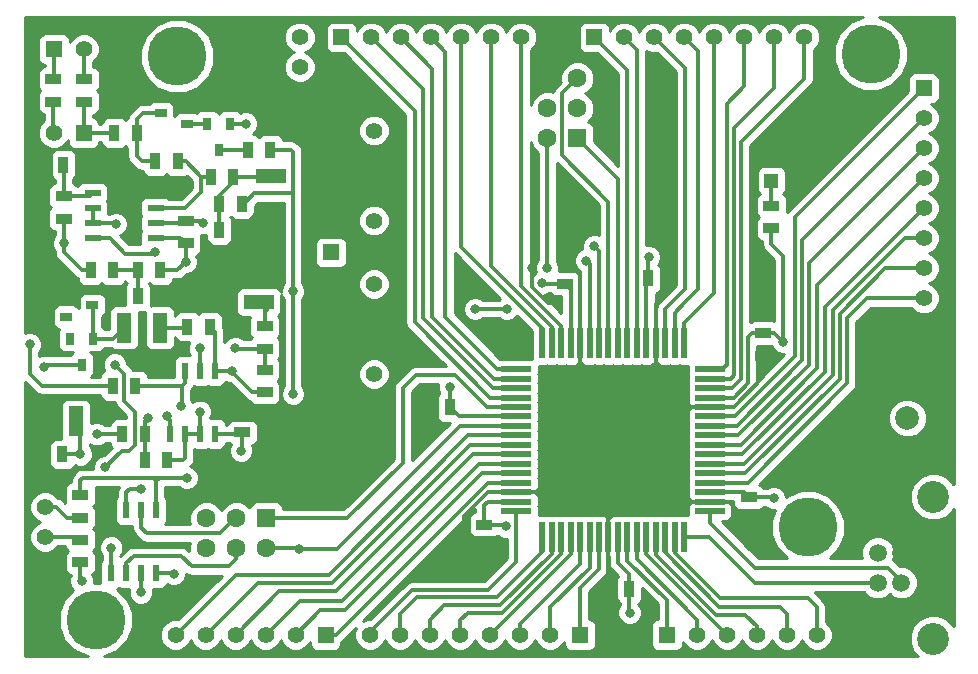
<source format=gtl>
G04 (created by PCBNEW (2013-05-31 BZR 4019)-stable) date 12.01.2015 16:56:15*
%MOIN*%
G04 Gerber Fmt 3.4, Leading zero omitted, Abs format*
%FSLAX34Y34*%
G01*
G70*
G90*
G04 APERTURE LIST*
%ADD10C,0.00590551*%
%ADD11C,0.19685*%
%ADD12C,0.0590551*%
%ADD13C,0.106299*%
%ADD14C,0.0551181*%
%ADD15R,0.0394X0.0315*%
%ADD16R,0.0315X0.0394*%
%ADD17R,0.0236X0.0551*%
%ADD18R,0.0551X0.0236*%
%ADD19R,0.1X0.05*%
%ADD20R,0.05X0.1*%
%ADD21R,0.035X0.055*%
%ADD22R,0.055X0.035*%
%ADD23R,0.0551181X0.0551181*%
%ADD24R,0.0590551X0.0590551*%
%ADD25C,0.0629921*%
%ADD26R,0.0472X0.0472*%
%ADD27R,0.0787402X0.0787402*%
%ADD28C,0.0787402*%
%ADD29R,0.0984252X0.019685*%
%ADD30R,0.019685X0.0984252*%
%ADD31R,0.0629921X0.0629921*%
%ADD32R,0.055X0.055*%
%ADD33C,0.0314961*%
%ADD34C,0.0708661*%
%ADD35C,0.011811*%
%ADD36C,0.01*%
G04 APERTURE END LIST*
G54D10*
G54D11*
X67401Y-47716D03*
X44291Y-47795D03*
X65314Y-63503D03*
X41574Y-66574D03*
G54D12*
X67638Y-64342D03*
X67638Y-65342D03*
X68425Y-65342D03*
X68425Y-64342D03*
G54D13*
X69488Y-62480D03*
X69488Y-67204D03*
G54D14*
X50842Y-53271D03*
X48842Y-53271D03*
X50842Y-50271D03*
X48842Y-50271D03*
X50842Y-58389D03*
X48842Y-58389D03*
X50842Y-55389D03*
X48842Y-55389D03*
G54D15*
X41456Y-56102D03*
X40590Y-56477D03*
X40590Y-55727D03*
G54D16*
X45669Y-50905D03*
X45294Y-50039D03*
X46044Y-50039D03*
X41102Y-58070D03*
X40727Y-57204D03*
X41477Y-57204D03*
G54D15*
X43740Y-49685D03*
X44606Y-49310D03*
X44606Y-50060D03*
G54D17*
X45553Y-60380D03*
X45553Y-58280D03*
X45053Y-60380D03*
X44553Y-60380D03*
X44053Y-60380D03*
X45053Y-58280D03*
X44553Y-58280D03*
X44053Y-58280D03*
G54D18*
X41469Y-53860D03*
X43569Y-53860D03*
X41469Y-53360D03*
X41469Y-52860D03*
X41469Y-52360D03*
X43569Y-53360D03*
X43569Y-52860D03*
X43569Y-52360D03*
G54D19*
X47007Y-55993D03*
X47007Y-54793D03*
G54D20*
X42510Y-56850D03*
X43710Y-56850D03*
X40914Y-59960D03*
X39714Y-59960D03*
G54D19*
X47401Y-51801D03*
X47401Y-53001D03*
G54D21*
X44312Y-51299D03*
X43562Y-51299D03*
G54D22*
X44566Y-54036D03*
X44566Y-53286D03*
G54D21*
X46632Y-50905D03*
X47382Y-50905D03*
G54D22*
X40511Y-52459D03*
X40511Y-53209D03*
G54D21*
X46437Y-52716D03*
X45687Y-52716D03*
X45687Y-53582D03*
X46437Y-53582D03*
X42184Y-50354D03*
X42934Y-50354D03*
X43721Y-54921D03*
X42971Y-54921D03*
X42146Y-54921D03*
X41396Y-54921D03*
X43721Y-55787D03*
X42971Y-55787D03*
X45412Y-51811D03*
X46162Y-51811D03*
X40491Y-51417D03*
X41241Y-51417D03*
X42894Y-58779D03*
X42144Y-58779D03*
G54D22*
X40157Y-48562D03*
X40157Y-49312D03*
X41181Y-48562D03*
X41181Y-49312D03*
X46456Y-60335D03*
X46456Y-59585D03*
X47204Y-57540D03*
X47204Y-56790D03*
X47204Y-58997D03*
X47204Y-58247D03*
G54D21*
X40453Y-61062D03*
X39703Y-61062D03*
X59351Y-65551D03*
X58601Y-65551D03*
G54D22*
X64094Y-53524D03*
X64094Y-52774D03*
X63818Y-57026D03*
X63818Y-57776D03*
G54D21*
X59979Y-55196D03*
X60729Y-55196D03*
G54D22*
X54527Y-63404D03*
X54527Y-64154D03*
X63346Y-62499D03*
X63346Y-63249D03*
X57204Y-55375D03*
X57204Y-54625D03*
G54D21*
X53367Y-59488D03*
X52617Y-59488D03*
X45375Y-56811D03*
X44625Y-56811D03*
X42459Y-60393D03*
X43209Y-60393D03*
X43207Y-61259D03*
X43957Y-61259D03*
G54D23*
X69173Y-48862D03*
G54D14*
X69173Y-49862D03*
X69173Y-50862D03*
X69173Y-51862D03*
X69173Y-52862D03*
X69173Y-53862D03*
X69173Y-54862D03*
X69173Y-55862D03*
G54D23*
X58192Y-47165D03*
G54D14*
X59192Y-47165D03*
X60192Y-47165D03*
X61192Y-47165D03*
X62192Y-47165D03*
X63192Y-47165D03*
X64192Y-47165D03*
X65192Y-47165D03*
G54D23*
X57712Y-67086D03*
G54D14*
X56712Y-67086D03*
X55712Y-67086D03*
X54712Y-67086D03*
X53712Y-67086D03*
X52712Y-67086D03*
X51712Y-67086D03*
X50712Y-67086D03*
G54D23*
X49755Y-47165D03*
G54D14*
X50755Y-47165D03*
X51755Y-47165D03*
X52755Y-47165D03*
X53755Y-47165D03*
X54755Y-47165D03*
X55755Y-47165D03*
G54D23*
X60610Y-67086D03*
G54D14*
X61610Y-67086D03*
X62610Y-67086D03*
X63610Y-67086D03*
X64610Y-67086D03*
X65610Y-67086D03*
G54D23*
X40181Y-47559D03*
G54D14*
X41181Y-47559D03*
X42181Y-47559D03*
G54D23*
X41169Y-50354D03*
G54D14*
X40169Y-50354D03*
G54D23*
X47374Y-48149D03*
G54D14*
X48374Y-48149D03*
G54D23*
X46259Y-48137D03*
G54D14*
X46259Y-47137D03*
G54D23*
X47374Y-47165D03*
G54D14*
X48374Y-47165D03*
G54D23*
X49409Y-54330D03*
G54D24*
X57625Y-50527D03*
G54D25*
X56625Y-50527D03*
X57625Y-49527D03*
X56625Y-49527D03*
X57625Y-48527D03*
X56625Y-48527D03*
G54D26*
X64094Y-51948D03*
X64094Y-51122D03*
G54D27*
X68622Y-57858D03*
G54D28*
X68622Y-59858D03*
G54D29*
X55590Y-58228D03*
X55590Y-58543D03*
X55590Y-58858D03*
X55590Y-59173D03*
X55590Y-59488D03*
X55590Y-59803D03*
X55590Y-60118D03*
X55590Y-60433D03*
X55590Y-60748D03*
X55590Y-61062D03*
X55590Y-61377D03*
X55590Y-61692D03*
X55590Y-62007D03*
X55590Y-62322D03*
X55590Y-62637D03*
X55590Y-62952D03*
G54D30*
X56456Y-63818D03*
X56771Y-63818D03*
X57086Y-63818D03*
X57401Y-63818D03*
X57716Y-63818D03*
X58031Y-63818D03*
X58346Y-63818D03*
X58661Y-63818D03*
X58976Y-63818D03*
X59291Y-63818D03*
X59606Y-63818D03*
X59921Y-63818D03*
X60236Y-63818D03*
X60551Y-63818D03*
X60866Y-63818D03*
X61181Y-63818D03*
G54D29*
X62047Y-62952D03*
X62047Y-62637D03*
X62047Y-62322D03*
X62047Y-62007D03*
X62047Y-61692D03*
X62047Y-61377D03*
X62047Y-61062D03*
X62047Y-60748D03*
X62047Y-60433D03*
X62047Y-60118D03*
X62047Y-59803D03*
X62047Y-59488D03*
X62047Y-59173D03*
X62047Y-58858D03*
X62047Y-58543D03*
X62047Y-58228D03*
G54D30*
X61181Y-57362D03*
X60866Y-57362D03*
X60551Y-57362D03*
X60236Y-57362D03*
X59921Y-57362D03*
X59606Y-57362D03*
X59291Y-57362D03*
X58976Y-57362D03*
X58661Y-57362D03*
X58346Y-57362D03*
X58031Y-57362D03*
X57716Y-57362D03*
X57401Y-57362D03*
X57086Y-57362D03*
X56771Y-57362D03*
X56456Y-57362D03*
G54D17*
X43584Y-65026D03*
X43584Y-62926D03*
X43084Y-65026D03*
X42584Y-65026D03*
X42084Y-65026D03*
X43084Y-62926D03*
X42584Y-62926D03*
X42084Y-62926D03*
G54D31*
X47259Y-63200D03*
G54D25*
X47259Y-64200D03*
X46259Y-63200D03*
X46259Y-64200D03*
X45259Y-63200D03*
X45259Y-64200D03*
G54D22*
X41062Y-63916D03*
X41062Y-64666D03*
X41062Y-63170D03*
X41062Y-62420D03*
G54D32*
X49232Y-67086D03*
G54D14*
X48232Y-67086D03*
X47232Y-67086D03*
X46232Y-67086D03*
X45232Y-67086D03*
X44232Y-67086D03*
G54D23*
X39881Y-64818D03*
G54D14*
X39881Y-63818D03*
X39881Y-62818D03*
X56625Y-50527D03*
G54D33*
X59370Y-66338D03*
G54D14*
X48374Y-48149D03*
X48374Y-47165D03*
G54D33*
X55236Y-63464D03*
X56614Y-54842D03*
X60000Y-54488D03*
X64488Y-57322D03*
X64173Y-62519D03*
X46417Y-60944D03*
X43543Y-54330D03*
X48149Y-55629D03*
X48149Y-59055D03*
X44173Y-65039D03*
X56456Y-55354D03*
X55275Y-56220D03*
X54212Y-56220D03*
X53385Y-58818D03*
X42086Y-64173D03*
X42204Y-58070D03*
X41889Y-61496D03*
X43070Y-62204D03*
G54D14*
X47259Y-64200D03*
G54D33*
X41102Y-65275D03*
X43070Y-65669D03*
X48346Y-64212D03*
G54D14*
X47259Y-63200D03*
G54D33*
X44606Y-61850D03*
G54D14*
X40169Y-50354D03*
X41169Y-50354D03*
X50842Y-50271D03*
X50842Y-53271D03*
X57625Y-48527D03*
X57625Y-50527D03*
X68425Y-65342D03*
X67638Y-65342D03*
G54D33*
X56929Y-56023D03*
X56102Y-54842D03*
G54D14*
X42181Y-47559D03*
G54D33*
X47401Y-53818D03*
X40590Y-55236D03*
X39527Y-55236D03*
X40669Y-61811D03*
X42834Y-64055D03*
G54D14*
X39881Y-64818D03*
G54D33*
X44291Y-57559D03*
X41929Y-62283D03*
X66141Y-48425D03*
X53700Y-54803D03*
X52598Y-60196D03*
G54D14*
X48842Y-58389D03*
X48842Y-55389D03*
X48842Y-50271D03*
X48842Y-53271D03*
X56625Y-48527D03*
X46259Y-48137D03*
X46259Y-47137D03*
X47374Y-48149D03*
X47374Y-47165D03*
G54D34*
X68622Y-57858D03*
G54D14*
X68425Y-64342D03*
X65192Y-47165D03*
X69173Y-48862D03*
X69173Y-49862D03*
X69173Y-51862D03*
X69173Y-52862D03*
X69173Y-53862D03*
X69173Y-54862D03*
X69173Y-55862D03*
X53755Y-47165D03*
X55755Y-47165D03*
X59192Y-47165D03*
X54755Y-47165D03*
X52755Y-47165D03*
X51755Y-47165D03*
X50755Y-47165D03*
X49755Y-47165D03*
X47232Y-67086D03*
G54D33*
X41062Y-61062D03*
X39370Y-57401D03*
G54D14*
X60192Y-47165D03*
G54D33*
X39842Y-58149D03*
X46220Y-57519D03*
X45039Y-57519D03*
X44409Y-59448D03*
G54D14*
X40181Y-47559D03*
X41181Y-47559D03*
X61192Y-47165D03*
X45232Y-67086D03*
X44232Y-67086D03*
X69173Y-50862D03*
X48232Y-67086D03*
X46232Y-67086D03*
X46259Y-63200D03*
X62192Y-47165D03*
G54D33*
X42244Y-53385D03*
G54D14*
X50712Y-67086D03*
X49232Y-67086D03*
X63192Y-47165D03*
G54D33*
X44566Y-54645D03*
X45157Y-53346D03*
X40511Y-54034D03*
G54D14*
X46259Y-64200D03*
X45259Y-64200D03*
X45259Y-63200D03*
X64192Y-47165D03*
X39881Y-63818D03*
X39881Y-62818D03*
X61610Y-67086D03*
X54712Y-67086D03*
X55712Y-67086D03*
X56712Y-67086D03*
X57712Y-67086D03*
X65610Y-67086D03*
X53712Y-67086D03*
X60610Y-67086D03*
X58192Y-47165D03*
X64610Y-67086D03*
X63610Y-67086D03*
X62610Y-67086D03*
G54D33*
X57913Y-54606D03*
X58188Y-54133D03*
X43307Y-59842D03*
X46102Y-58280D03*
X45039Y-59645D03*
X43937Y-59803D03*
X41614Y-60393D03*
G54D14*
X49409Y-54330D03*
X50842Y-58389D03*
X50842Y-55389D03*
X52712Y-67086D03*
G54D33*
X46574Y-50039D03*
G54D14*
X51712Y-67086D03*
G54D34*
X68622Y-59858D03*
G54D14*
X67638Y-64342D03*
G54D35*
X64488Y-57322D02*
X64488Y-54448D01*
X64094Y-54055D02*
X64094Y-53524D01*
X64488Y-54448D02*
X64094Y-54055D01*
X59351Y-65551D02*
X59351Y-66319D01*
X59351Y-66319D02*
X59370Y-66338D01*
X55176Y-63404D02*
X54527Y-63404D01*
X55236Y-63464D02*
X55176Y-63404D01*
X54527Y-63404D02*
X54527Y-62755D01*
X54527Y-62755D02*
X54645Y-62637D01*
X54645Y-62637D02*
X55590Y-62637D01*
X56625Y-50527D02*
X56625Y-54830D01*
X56625Y-54830D02*
X56614Y-54842D01*
X59979Y-55196D02*
X59979Y-54508D01*
X59979Y-54508D02*
X60000Y-54488D01*
X59921Y-57362D02*
X59921Y-55254D01*
X59921Y-55254D02*
X59979Y-55196D01*
X64191Y-57026D02*
X63818Y-57026D01*
X64488Y-57322D02*
X64191Y-57026D01*
X62047Y-59173D02*
X62834Y-59173D01*
X62834Y-59173D02*
X63307Y-58700D01*
X63307Y-58700D02*
X63307Y-57165D01*
X63307Y-57165D02*
X63445Y-57026D01*
X63445Y-57026D02*
X63818Y-57026D01*
X64152Y-62499D02*
X63346Y-62499D01*
X64173Y-62519D02*
X64152Y-62499D01*
X62047Y-62322D02*
X63170Y-62322D01*
X63170Y-62322D02*
X63346Y-62499D01*
X58976Y-63818D02*
X58976Y-64685D01*
X59351Y-65060D02*
X59351Y-65551D01*
X58976Y-64685D02*
X59351Y-65060D01*
X46456Y-60335D02*
X46456Y-60905D01*
X46456Y-60905D02*
X46417Y-60944D01*
X45553Y-60380D02*
X46411Y-60380D01*
X46411Y-60380D02*
X46456Y-60335D01*
X42049Y-53860D02*
X41469Y-53860D01*
X42559Y-54370D02*
X42049Y-53860D01*
X43503Y-54370D02*
X42559Y-54370D01*
X43543Y-54330D02*
X43503Y-54370D01*
X48149Y-52362D02*
X48149Y-55629D01*
X48149Y-55629D02*
X48149Y-59055D01*
X43584Y-65026D02*
X44160Y-65026D01*
X44160Y-65026D02*
X44173Y-65039D01*
X47382Y-50905D02*
X48070Y-50905D01*
X46496Y-52716D02*
X46850Y-52362D01*
X46850Y-52362D02*
X48149Y-52362D01*
X46496Y-52716D02*
X46437Y-52716D01*
X48149Y-50984D02*
X48149Y-52362D01*
X48070Y-50905D02*
X48149Y-50984D01*
X56477Y-55375D02*
X56456Y-55354D01*
X56477Y-55375D02*
X57204Y-55375D01*
X54212Y-56220D02*
X55275Y-56220D01*
X53367Y-58837D02*
X53385Y-58818D01*
X53367Y-58837D02*
X53367Y-59488D01*
X55590Y-59803D02*
X53682Y-59803D01*
X53682Y-59803D02*
X53367Y-59488D01*
X57401Y-57362D02*
X57401Y-55571D01*
X57401Y-55571D02*
X57204Y-55375D01*
X42084Y-64175D02*
X42084Y-65026D01*
X42086Y-64173D02*
X42084Y-64175D01*
X42584Y-62926D02*
X42584Y-62336D01*
X42519Y-58385D02*
X42204Y-58070D01*
X42519Y-59291D02*
X42519Y-58385D01*
X42874Y-59645D02*
X42519Y-59291D01*
X42874Y-60748D02*
X42874Y-59645D01*
X42677Y-60944D02*
X42874Y-60748D01*
X42440Y-60944D02*
X42677Y-60944D01*
X41889Y-61496D02*
X42440Y-60944D01*
X42716Y-62204D02*
X43070Y-62204D01*
X42584Y-62336D02*
X42716Y-62204D01*
X41062Y-65236D02*
X41062Y-64666D01*
X41102Y-65275D02*
X41062Y-65236D01*
X43084Y-65655D02*
X43084Y-65026D01*
X43084Y-65655D02*
X43070Y-65669D01*
X48346Y-64212D02*
X49606Y-64212D01*
X53700Y-60118D02*
X55590Y-60118D01*
X49606Y-64212D02*
X53700Y-60118D01*
X48334Y-64200D02*
X47259Y-64200D01*
X48346Y-64212D02*
X48334Y-64200D01*
X43582Y-61929D02*
X43622Y-61929D01*
X43622Y-61929D02*
X43700Y-61850D01*
X43584Y-61929D02*
X43582Y-61929D01*
X43582Y-61929D02*
X43543Y-61929D01*
X43543Y-61929D02*
X43464Y-61850D01*
X43584Y-62926D02*
X43584Y-61929D01*
X43584Y-61929D02*
X43584Y-61850D01*
X43584Y-61850D02*
X43582Y-61850D01*
X41062Y-62420D02*
X41062Y-61929D01*
X41062Y-61929D02*
X41141Y-61850D01*
X41141Y-61850D02*
X43464Y-61850D01*
X43464Y-61850D02*
X43425Y-61850D01*
X43425Y-61850D02*
X43582Y-61850D01*
X43582Y-61850D02*
X43700Y-61850D01*
X43700Y-61850D02*
X44606Y-61850D01*
X47259Y-63200D02*
X49948Y-63200D01*
X54606Y-59488D02*
X53543Y-58425D01*
X53543Y-58425D02*
X53149Y-58425D01*
X54606Y-59488D02*
X55590Y-59488D01*
X52244Y-58425D02*
X53149Y-58425D01*
X51811Y-58858D02*
X52244Y-58425D01*
X51811Y-61338D02*
X51811Y-58858D01*
X49948Y-63200D02*
X51811Y-61338D01*
X40157Y-49312D02*
X40157Y-50342D01*
X40157Y-50342D02*
X40169Y-50354D01*
X42184Y-50354D02*
X41169Y-50354D01*
X41181Y-49312D02*
X41181Y-50342D01*
X41181Y-50342D02*
X41169Y-50354D01*
X58661Y-57362D02*
X58661Y-52637D01*
X58661Y-52637D02*
X57125Y-51102D01*
X57125Y-51102D02*
X57125Y-49027D01*
X57125Y-49027D02*
X57625Y-48527D01*
X58976Y-57362D02*
X58976Y-51877D01*
X58976Y-51877D02*
X57625Y-50527D01*
X62047Y-62952D02*
X62047Y-63346D01*
X68425Y-65275D02*
X67992Y-64842D01*
X67992Y-64842D02*
X63543Y-64842D01*
X63543Y-64842D02*
X63110Y-64409D01*
X68425Y-65275D02*
X68425Y-65342D01*
X62047Y-63346D02*
X63110Y-64409D01*
X61181Y-63818D02*
X62007Y-63818D01*
X63531Y-65342D02*
X62007Y-63818D01*
X63531Y-65342D02*
X67638Y-65342D01*
X56647Y-56023D02*
X56929Y-56023D01*
X56099Y-55475D02*
X56647Y-56023D01*
X56099Y-54845D02*
X56099Y-55475D01*
X56102Y-54842D02*
X56099Y-54845D01*
X47401Y-53001D02*
X47401Y-53818D01*
X40590Y-55236D02*
X40590Y-55236D01*
X40590Y-55236D02*
X40590Y-55236D01*
X40590Y-55236D02*
X39527Y-55236D01*
X40590Y-55727D02*
X40590Y-55236D01*
X44053Y-58280D02*
X44053Y-57797D01*
X44053Y-57797D02*
X44291Y-57559D01*
X42084Y-62926D02*
X42084Y-62438D01*
X42084Y-62438D02*
X41929Y-62283D01*
X64094Y-51122D02*
X64094Y-50472D01*
X64094Y-50472D02*
X66141Y-48425D01*
X52617Y-60178D02*
X52598Y-60196D01*
X52617Y-59488D02*
X52617Y-60178D01*
X55590Y-62322D02*
X54645Y-62322D01*
X53858Y-63110D02*
X53858Y-63740D01*
X54645Y-62322D02*
X53858Y-63110D01*
X58661Y-63818D02*
X58661Y-65491D01*
X58661Y-65491D02*
X58601Y-65551D01*
X60236Y-56338D02*
X60236Y-56062D01*
X60236Y-57362D02*
X60236Y-56338D01*
X60729Y-55569D02*
X60729Y-55196D01*
X60236Y-56062D02*
X60729Y-55569D01*
X57716Y-57362D02*
X57716Y-55000D01*
X57341Y-54625D02*
X57204Y-54625D01*
X57716Y-55000D02*
X57341Y-54625D01*
X62047Y-62637D02*
X62716Y-62637D01*
X62716Y-62637D02*
X62795Y-62716D01*
X62047Y-59488D02*
X62834Y-59488D01*
X63818Y-58503D02*
X63818Y-57776D01*
X62834Y-59488D02*
X63818Y-58503D01*
X62047Y-59488D02*
X60669Y-59488D01*
X60669Y-59488D02*
X60551Y-59606D01*
X60236Y-57362D02*
X60236Y-58425D01*
X57716Y-57362D02*
X57716Y-58425D01*
X62047Y-62637D02*
X60590Y-62637D01*
X58661Y-63818D02*
X58661Y-62795D01*
X55590Y-62322D02*
X56929Y-62322D01*
X62047Y-58858D02*
X62774Y-58858D01*
X65192Y-48547D02*
X65192Y-47165D01*
X63070Y-50669D02*
X65192Y-48547D01*
X63070Y-58561D02*
X63070Y-50669D01*
X62774Y-58858D02*
X63070Y-58561D01*
X62047Y-59803D02*
X62874Y-59803D01*
X64881Y-53153D02*
X69173Y-48862D01*
X64881Y-57795D02*
X64881Y-53153D01*
X62874Y-59803D02*
X64881Y-57795D01*
X41477Y-57204D02*
X42155Y-57204D01*
X42155Y-57204D02*
X42510Y-56850D01*
X41477Y-57204D02*
X41477Y-56123D01*
X41477Y-56123D02*
X41456Y-56102D01*
X62047Y-60118D02*
X62931Y-60118D01*
X65118Y-53917D02*
X69173Y-49862D01*
X65118Y-57931D02*
X65118Y-53917D01*
X62931Y-60118D02*
X65118Y-57931D01*
X62047Y-60748D02*
X63070Y-60748D01*
X65629Y-55405D02*
X69173Y-51862D01*
X65629Y-58188D02*
X65629Y-55405D01*
X63070Y-60748D02*
X65629Y-58188D01*
X62047Y-61062D02*
X63110Y-61062D01*
X65866Y-56169D02*
X69173Y-52862D01*
X65866Y-58307D02*
X65866Y-56169D01*
X63110Y-61062D02*
X65866Y-58307D01*
X62047Y-61377D02*
X63188Y-61377D01*
X68539Y-53862D02*
X69173Y-53862D01*
X66141Y-56259D02*
X68539Y-53862D01*
X66141Y-58425D02*
X66141Y-56259D01*
X63188Y-61377D02*
X66141Y-58425D01*
X62047Y-61692D02*
X63228Y-61692D01*
X67893Y-54862D02*
X69173Y-54862D01*
X66377Y-56377D02*
X67893Y-54862D01*
X66377Y-58543D02*
X66377Y-56377D01*
X63228Y-61692D02*
X66377Y-58543D01*
X62047Y-62007D02*
X63307Y-62007D01*
X67287Y-55862D02*
X69173Y-55862D01*
X66614Y-56535D02*
X67287Y-55862D01*
X66614Y-58700D02*
X66614Y-56535D01*
X63307Y-62007D02*
X66614Y-58700D01*
X56456Y-57362D02*
X56456Y-56850D01*
X53755Y-54149D02*
X53755Y-47165D01*
X56456Y-56850D02*
X53755Y-54149D01*
X57086Y-57362D02*
X57086Y-56771D01*
X55755Y-55440D02*
X55755Y-47165D01*
X57086Y-56771D02*
X55755Y-55440D01*
X59606Y-55748D02*
X59606Y-47578D01*
X59192Y-47165D02*
X59527Y-47500D01*
X59606Y-55748D02*
X59606Y-57362D01*
X59606Y-47578D02*
X59527Y-47500D01*
X56771Y-57362D02*
X56771Y-56811D01*
X54755Y-54795D02*
X54755Y-47165D01*
X56771Y-56811D02*
X54755Y-54795D01*
X55590Y-58228D02*
X54960Y-58228D01*
X53228Y-47637D02*
X52755Y-47165D01*
X53228Y-56496D02*
X53228Y-47637D01*
X54960Y-58228D02*
X53228Y-56496D01*
X55590Y-58543D02*
X54842Y-58543D01*
X52795Y-48204D02*
X51755Y-47165D01*
X52795Y-56496D02*
X52795Y-48204D01*
X54842Y-58543D02*
X52795Y-56496D01*
X55590Y-58858D02*
X54803Y-58858D01*
X52480Y-48889D02*
X50755Y-47165D01*
X52480Y-56535D02*
X52480Y-48889D01*
X54803Y-58858D02*
X52480Y-56535D01*
X55590Y-59173D02*
X54724Y-59173D01*
X52204Y-49614D02*
X49755Y-47165D01*
X52204Y-56653D02*
X52204Y-49614D01*
X54724Y-59173D02*
X52204Y-56653D01*
X55590Y-61377D02*
X54330Y-61377D01*
X48374Y-65944D02*
X47232Y-67086D01*
X49763Y-65944D02*
X48374Y-65944D01*
X54330Y-61377D02*
X49763Y-65944D01*
X41062Y-61062D02*
X41062Y-60108D01*
X41062Y-60108D02*
X40914Y-59960D01*
X41062Y-61062D02*
X40453Y-61062D01*
X39370Y-57401D02*
X39370Y-57637D01*
X42144Y-58779D02*
X39763Y-58779D01*
X39763Y-58779D02*
X39370Y-58385D01*
X39370Y-58385D02*
X39370Y-57637D01*
X39370Y-57637D02*
X39370Y-57559D01*
X60551Y-57362D02*
X60551Y-56220D01*
X61220Y-48192D02*
X60192Y-47165D01*
X61220Y-55551D02*
X61220Y-48192D01*
X60551Y-56220D02*
X61220Y-55551D01*
X39921Y-58070D02*
X41102Y-58070D01*
X39842Y-58149D02*
X39921Y-58070D01*
X43710Y-56850D02*
X44585Y-56850D01*
X44585Y-56850D02*
X44625Y-56811D01*
X47204Y-56790D02*
X47204Y-56190D01*
X47283Y-56269D02*
X47007Y-55993D01*
X47204Y-56190D02*
X47283Y-56269D01*
X47204Y-58247D02*
X47204Y-57540D01*
X45053Y-57533D02*
X45039Y-57519D01*
X45053Y-58280D02*
X45053Y-57533D01*
X46241Y-57540D02*
X47204Y-57540D01*
X46220Y-57519D02*
X46241Y-57540D01*
X44448Y-59409D02*
X44448Y-58779D01*
X44409Y-59448D02*
X44448Y-59409D01*
X42894Y-58779D02*
X44448Y-58779D01*
X44553Y-58675D02*
X44553Y-58280D01*
X44448Y-58779D02*
X44553Y-58675D01*
X40181Y-47559D02*
X40181Y-48538D01*
X40181Y-48538D02*
X40157Y-48562D01*
X41181Y-47559D02*
X41181Y-48562D01*
X61192Y-56011D02*
X61653Y-55551D01*
X60866Y-56338D02*
X61192Y-56011D01*
X60866Y-57362D02*
X60866Y-56338D01*
X61653Y-47625D02*
X61192Y-47165D01*
X61653Y-55551D02*
X61653Y-47625D01*
X55590Y-60748D02*
X54055Y-60748D01*
X46964Y-65354D02*
X45232Y-67086D01*
X49448Y-65354D02*
X46964Y-65354D01*
X54055Y-60748D02*
X49448Y-65354D01*
X55590Y-60433D02*
X53976Y-60433D01*
X46240Y-65078D02*
X44232Y-67086D01*
X49330Y-65078D02*
X46240Y-65078D01*
X53976Y-60433D02*
X49330Y-65078D01*
X62047Y-60433D02*
X62992Y-60433D01*
X65354Y-54681D02*
X69173Y-50862D01*
X65354Y-58070D02*
X65354Y-54681D01*
X62992Y-60433D02*
X65354Y-58070D01*
X55590Y-61692D02*
X54448Y-61692D01*
X49059Y-66259D02*
X48232Y-67086D01*
X49881Y-66259D02*
X49059Y-66259D01*
X54448Y-61692D02*
X49881Y-66259D01*
X55590Y-61062D02*
X54133Y-61062D01*
X47688Y-65629D02*
X46232Y-67086D01*
X49566Y-65629D02*
X47688Y-65629D01*
X54133Y-61062D02*
X49566Y-65629D01*
X46259Y-63200D02*
X46208Y-63200D01*
X43084Y-63517D02*
X43084Y-62926D01*
X43267Y-63700D02*
X43084Y-63517D01*
X45708Y-63700D02*
X43267Y-63700D01*
X46208Y-63200D02*
X45708Y-63700D01*
X62192Y-47165D02*
X62192Y-55681D01*
X61181Y-56692D02*
X61181Y-57362D01*
X62192Y-55681D02*
X61181Y-56692D01*
X64094Y-52774D02*
X64094Y-51948D01*
X42244Y-53385D02*
X42218Y-53360D01*
X42218Y-53360D02*
X41469Y-53360D01*
X41469Y-52860D02*
X41469Y-53360D01*
X50712Y-67086D02*
X50712Y-67003D01*
X55590Y-64645D02*
X55590Y-62952D01*
X54645Y-65590D02*
X55590Y-64645D01*
X52125Y-65590D02*
X54645Y-65590D01*
X50712Y-67003D02*
X52125Y-65590D01*
X49232Y-67086D02*
X49566Y-67086D01*
X54645Y-62007D02*
X55590Y-62007D01*
X49566Y-67086D02*
X54645Y-62007D01*
X62047Y-58228D02*
X62440Y-58228D01*
X63192Y-48775D02*
X63192Y-47165D01*
X62598Y-49370D02*
X63192Y-48775D01*
X62598Y-58070D02*
X62598Y-49370D01*
X62440Y-58228D02*
X62598Y-58070D01*
X43721Y-54921D02*
X44291Y-54921D01*
X44291Y-54921D02*
X44566Y-54645D01*
X44566Y-54036D02*
X44566Y-54645D01*
X43569Y-53860D02*
X44390Y-53860D01*
X44390Y-53860D02*
X44566Y-54036D01*
X44566Y-53286D02*
X45097Y-53286D01*
X45097Y-53286D02*
X45157Y-53346D01*
X43569Y-53360D02*
X44493Y-53360D01*
X44493Y-53360D02*
X44566Y-53286D01*
X42971Y-55787D02*
X42971Y-54921D01*
X42971Y-54921D02*
X42146Y-54921D01*
X40511Y-54034D02*
X40511Y-54330D01*
X41102Y-54921D02*
X41396Y-54921D01*
X40511Y-54330D02*
X41102Y-54921D01*
X40511Y-53209D02*
X40511Y-54034D01*
X40511Y-52459D02*
X40511Y-51437D01*
X40511Y-51437D02*
X40491Y-51417D01*
X40511Y-52459D02*
X41370Y-52459D01*
X41370Y-52459D02*
X41469Y-52360D01*
X42584Y-65026D02*
X42584Y-64698D01*
X46259Y-64566D02*
X46259Y-64200D01*
X46023Y-64803D02*
X46259Y-64566D01*
X44763Y-64803D02*
X46023Y-64803D01*
X44409Y-64448D02*
X44763Y-64803D01*
X42834Y-64448D02*
X44409Y-64448D01*
X42584Y-64698D02*
X42834Y-64448D01*
X62047Y-58543D02*
X62734Y-58543D01*
X64192Y-48838D02*
X64192Y-47165D01*
X62852Y-50178D02*
X64192Y-48838D01*
X62852Y-58425D02*
X62852Y-50178D01*
X62734Y-58543D02*
X62852Y-58425D01*
X39881Y-63818D02*
X40965Y-63818D01*
X40965Y-63818D02*
X41062Y-63916D01*
X39881Y-62818D02*
X40259Y-62818D01*
X40611Y-63170D02*
X41062Y-63170D01*
X40259Y-62818D02*
X40611Y-63170D01*
X59606Y-63818D02*
X59606Y-64566D01*
X61610Y-66570D02*
X61610Y-67086D01*
X59606Y-64566D02*
X61610Y-66570D01*
X57401Y-63818D02*
X57401Y-64397D01*
X57401Y-64397D02*
X54712Y-67086D01*
X57716Y-63818D02*
X57716Y-64724D01*
X55712Y-66728D02*
X55712Y-67086D01*
X57716Y-64724D02*
X55712Y-66728D01*
X58031Y-63818D02*
X58031Y-64842D01*
X56712Y-66161D02*
X56712Y-67086D01*
X58031Y-64842D02*
X56712Y-66161D01*
X58346Y-63818D02*
X58346Y-64881D01*
X57712Y-65515D02*
X57712Y-67086D01*
X58346Y-64881D02*
X57712Y-65515D01*
X60866Y-63818D02*
X60866Y-64337D01*
X65610Y-66161D02*
X65610Y-67086D01*
X65314Y-65866D02*
X65610Y-66161D01*
X62395Y-65866D02*
X65314Y-65866D01*
X60866Y-64337D02*
X62395Y-65866D01*
X57086Y-63818D02*
X57086Y-64370D01*
X53712Y-66602D02*
X53712Y-67086D01*
X53976Y-66338D02*
X53712Y-66602D01*
X55118Y-66338D02*
X53976Y-66338D01*
X57086Y-64370D02*
X55118Y-66338D01*
X59291Y-63818D02*
X59291Y-64606D01*
X60610Y-65925D02*
X60610Y-67086D01*
X59291Y-64606D02*
X60610Y-65925D01*
X59291Y-57362D02*
X59291Y-48263D01*
X59291Y-48263D02*
X58192Y-47165D01*
X60551Y-63818D02*
X60551Y-64330D01*
X64610Y-66381D02*
X64610Y-67086D01*
X64370Y-66141D02*
X64610Y-66381D01*
X62362Y-66141D02*
X64370Y-66141D01*
X60551Y-64330D02*
X62362Y-66141D01*
X60236Y-63818D02*
X60236Y-64404D01*
X63610Y-66799D02*
X63610Y-67086D01*
X63228Y-66417D02*
X63610Y-66799D01*
X62249Y-66417D02*
X63228Y-66417D01*
X60236Y-64404D02*
X62249Y-66417D01*
X59921Y-63818D02*
X59921Y-64397D01*
X59921Y-64397D02*
X62610Y-67086D01*
X58031Y-57362D02*
X58031Y-54724D01*
X58031Y-54724D02*
X57913Y-54606D01*
X58346Y-57362D02*
X58346Y-54291D01*
X58346Y-54291D02*
X58188Y-54133D01*
X43209Y-59939D02*
X43209Y-60393D01*
X43307Y-59842D02*
X43209Y-59939D01*
X43207Y-61259D02*
X43207Y-60395D01*
X43207Y-60395D02*
X43209Y-60393D01*
X45553Y-58280D02*
X46102Y-58280D01*
X46102Y-58280D02*
X46075Y-58280D01*
X46792Y-58997D02*
X47204Y-58997D01*
X46075Y-58280D02*
X46792Y-58997D01*
X45553Y-58280D02*
X45553Y-56989D01*
X45553Y-56989D02*
X45375Y-56811D01*
X45053Y-59659D02*
X45053Y-60380D01*
X45039Y-59645D02*
X45053Y-59659D01*
X44553Y-60380D02*
X45053Y-60380D01*
X43957Y-61259D02*
X44488Y-61259D01*
X44553Y-61194D02*
X44553Y-60380D01*
X44488Y-61259D02*
X44553Y-61194D01*
X44053Y-59919D02*
X44053Y-60380D01*
X43937Y-59803D02*
X44053Y-59919D01*
X42459Y-60393D02*
X41614Y-60393D01*
X56771Y-63818D02*
X56771Y-64370D01*
X52712Y-66578D02*
X52712Y-67086D01*
X53188Y-66102D02*
X52712Y-66578D01*
X55039Y-66102D02*
X53188Y-66102D01*
X56771Y-64370D02*
X55039Y-66102D01*
X44606Y-50060D02*
X45273Y-50060D01*
X45273Y-50060D02*
X45294Y-50039D01*
X43569Y-52860D02*
X44541Y-52860D01*
X45078Y-52322D02*
X45078Y-51811D01*
X44541Y-52860D02*
X45078Y-52322D01*
X44312Y-51299D02*
X44566Y-51299D01*
X45078Y-51811D02*
X45412Y-51811D01*
X44566Y-51299D02*
X45078Y-51811D01*
X45687Y-53582D02*
X45687Y-52716D01*
X45687Y-52716D02*
X45687Y-52461D01*
X46162Y-51987D02*
X46162Y-51811D01*
X45687Y-52461D02*
X46162Y-51987D01*
X46162Y-51811D02*
X47392Y-51811D01*
X47392Y-51811D02*
X47401Y-51801D01*
X42934Y-50354D02*
X42934Y-51123D01*
X43110Y-51299D02*
X43562Y-51299D01*
X42934Y-51123D02*
X43110Y-51299D01*
X42934Y-50354D02*
X42934Y-49900D01*
X43149Y-49685D02*
X43740Y-49685D01*
X42934Y-49900D02*
X43149Y-49685D01*
X45669Y-50905D02*
X46632Y-50905D01*
X46632Y-50905D02*
X46632Y-50905D01*
X46044Y-50039D02*
X46574Y-50039D01*
X46574Y-50039D02*
X46574Y-50039D01*
X56456Y-63818D02*
X56456Y-64330D01*
X51712Y-66397D02*
X51712Y-67086D01*
X52283Y-65826D02*
X51712Y-66397D01*
X54960Y-65826D02*
X52283Y-65826D01*
X56456Y-64330D02*
X54960Y-65826D01*
G54D10*
G36*
X42564Y-59868D02*
X42235Y-59868D01*
X42143Y-59906D01*
X42072Y-59976D01*
X42034Y-60068D01*
X42034Y-60084D01*
X41881Y-60084D01*
X41845Y-60048D01*
X41695Y-59986D01*
X41533Y-59986D01*
X41415Y-60035D01*
X41415Y-59411D01*
X41377Y-59319D01*
X41306Y-59248D01*
X41214Y-59210D01*
X41115Y-59210D01*
X40615Y-59210D01*
X40523Y-59248D01*
X40453Y-59318D01*
X40415Y-59410D01*
X40414Y-59510D01*
X40414Y-60510D01*
X40426Y-60537D01*
X40229Y-60537D01*
X40137Y-60575D01*
X40066Y-60646D01*
X40028Y-60738D01*
X40028Y-60837D01*
X40028Y-61387D01*
X40066Y-61479D01*
X40136Y-61549D01*
X40228Y-61587D01*
X40328Y-61588D01*
X40678Y-61588D01*
X40770Y-61550D01*
X40840Y-61479D01*
X40864Y-61421D01*
X40981Y-61470D01*
X41143Y-61470D01*
X41293Y-61408D01*
X41408Y-61294D01*
X41470Y-61144D01*
X41470Y-60982D01*
X41408Y-60832D01*
X41372Y-60795D01*
X41372Y-60727D01*
X41383Y-60738D01*
X41532Y-60801D01*
X41694Y-60801D01*
X41844Y-60739D01*
X41881Y-60702D01*
X42034Y-60702D01*
X42034Y-60718D01*
X42072Y-60810D01*
X42105Y-60843D01*
X41860Y-61088D01*
X41809Y-61088D01*
X41659Y-61150D01*
X41544Y-61264D01*
X41482Y-61414D01*
X41482Y-61541D01*
X41141Y-61541D01*
X41141Y-61541D01*
X41118Y-61546D01*
X41023Y-61564D01*
X40923Y-61631D01*
X40923Y-61631D01*
X40844Y-61710D01*
X40777Y-61810D01*
X40753Y-61929D01*
X40753Y-61995D01*
X40738Y-61995D01*
X40646Y-62033D01*
X40576Y-62103D01*
X40538Y-62195D01*
X40537Y-62294D01*
X40537Y-62644D01*
X40548Y-62670D01*
X40478Y-62600D01*
X40378Y-62533D01*
X40328Y-62523D01*
X40327Y-62521D01*
X40180Y-62373D01*
X39986Y-62293D01*
X39777Y-62293D01*
X39584Y-62373D01*
X39436Y-62520D01*
X39356Y-62713D01*
X39356Y-62922D01*
X39436Y-63116D01*
X39583Y-63264D01*
X39715Y-63318D01*
X39584Y-63373D01*
X39436Y-63520D01*
X39356Y-63713D01*
X39356Y-63922D01*
X39436Y-64116D01*
X39583Y-64264D01*
X39776Y-64344D01*
X39985Y-64344D01*
X40179Y-64264D01*
X40316Y-64127D01*
X40537Y-64127D01*
X40537Y-64140D01*
X40575Y-64232D01*
X40634Y-64291D01*
X40576Y-64349D01*
X40538Y-64441D01*
X40537Y-64540D01*
X40537Y-64890D01*
X40575Y-64982D01*
X40646Y-65053D01*
X40737Y-65091D01*
X40694Y-65194D01*
X40694Y-65356D01*
X40756Y-65506D01*
X40827Y-65576D01*
X40529Y-65874D01*
X40340Y-66328D01*
X40340Y-66819D01*
X40527Y-67273D01*
X40874Y-67620D01*
X41309Y-67801D01*
X39206Y-67801D01*
X39206Y-58659D01*
X39545Y-58998D01*
X39545Y-58998D01*
X39645Y-59065D01*
X39645Y-59065D01*
X39763Y-59088D01*
X41719Y-59088D01*
X41719Y-59104D01*
X41757Y-59195D01*
X41827Y-59266D01*
X41919Y-59304D01*
X42019Y-59304D01*
X42213Y-59304D01*
X42234Y-59409D01*
X42301Y-59509D01*
X42564Y-59773D01*
X42564Y-59868D01*
X42564Y-59868D01*
G37*
G54D36*
X42564Y-59868D02*
X42235Y-59868D01*
X42143Y-59906D01*
X42072Y-59976D01*
X42034Y-60068D01*
X42034Y-60084D01*
X41881Y-60084D01*
X41845Y-60048D01*
X41695Y-59986D01*
X41533Y-59986D01*
X41415Y-60035D01*
X41415Y-59411D01*
X41377Y-59319D01*
X41306Y-59248D01*
X41214Y-59210D01*
X41115Y-59210D01*
X40615Y-59210D01*
X40523Y-59248D01*
X40453Y-59318D01*
X40415Y-59410D01*
X40414Y-59510D01*
X40414Y-60510D01*
X40426Y-60537D01*
X40229Y-60537D01*
X40137Y-60575D01*
X40066Y-60646D01*
X40028Y-60738D01*
X40028Y-60837D01*
X40028Y-61387D01*
X40066Y-61479D01*
X40136Y-61549D01*
X40228Y-61587D01*
X40328Y-61588D01*
X40678Y-61588D01*
X40770Y-61550D01*
X40840Y-61479D01*
X40864Y-61421D01*
X40981Y-61470D01*
X41143Y-61470D01*
X41293Y-61408D01*
X41408Y-61294D01*
X41470Y-61144D01*
X41470Y-60982D01*
X41408Y-60832D01*
X41372Y-60795D01*
X41372Y-60727D01*
X41383Y-60738D01*
X41532Y-60801D01*
X41694Y-60801D01*
X41844Y-60739D01*
X41881Y-60702D01*
X42034Y-60702D01*
X42034Y-60718D01*
X42072Y-60810D01*
X42105Y-60843D01*
X41860Y-61088D01*
X41809Y-61088D01*
X41659Y-61150D01*
X41544Y-61264D01*
X41482Y-61414D01*
X41482Y-61541D01*
X41141Y-61541D01*
X41141Y-61541D01*
X41118Y-61546D01*
X41023Y-61564D01*
X40923Y-61631D01*
X40923Y-61631D01*
X40844Y-61710D01*
X40777Y-61810D01*
X40753Y-61929D01*
X40753Y-61995D01*
X40738Y-61995D01*
X40646Y-62033D01*
X40576Y-62103D01*
X40538Y-62195D01*
X40537Y-62294D01*
X40537Y-62644D01*
X40548Y-62670D01*
X40478Y-62600D01*
X40378Y-62533D01*
X40328Y-62523D01*
X40327Y-62521D01*
X40180Y-62373D01*
X39986Y-62293D01*
X39777Y-62293D01*
X39584Y-62373D01*
X39436Y-62520D01*
X39356Y-62713D01*
X39356Y-62922D01*
X39436Y-63116D01*
X39583Y-63264D01*
X39715Y-63318D01*
X39584Y-63373D01*
X39436Y-63520D01*
X39356Y-63713D01*
X39356Y-63922D01*
X39436Y-64116D01*
X39583Y-64264D01*
X39776Y-64344D01*
X39985Y-64344D01*
X40179Y-64264D01*
X40316Y-64127D01*
X40537Y-64127D01*
X40537Y-64140D01*
X40575Y-64232D01*
X40634Y-64291D01*
X40576Y-64349D01*
X40538Y-64441D01*
X40537Y-64540D01*
X40537Y-64890D01*
X40575Y-64982D01*
X40646Y-65053D01*
X40737Y-65091D01*
X40694Y-65194D01*
X40694Y-65356D01*
X40756Y-65506D01*
X40827Y-65576D01*
X40529Y-65874D01*
X40340Y-66328D01*
X40340Y-66819D01*
X40527Y-67273D01*
X40874Y-67620D01*
X41309Y-67801D01*
X39206Y-67801D01*
X39206Y-58659D01*
X39545Y-58998D01*
X39545Y-58998D01*
X39645Y-59065D01*
X39645Y-59065D01*
X39763Y-59088D01*
X41719Y-59088D01*
X41719Y-59104D01*
X41757Y-59195D01*
X41827Y-59266D01*
X41919Y-59304D01*
X42019Y-59304D01*
X42213Y-59304D01*
X42234Y-59409D01*
X42301Y-59509D01*
X42564Y-59773D01*
X42564Y-59868D01*
G54D10*
G36*
X44698Y-57755D02*
X44621Y-57755D01*
X44385Y-57755D01*
X44293Y-57793D01*
X44223Y-57863D01*
X44185Y-57955D01*
X44185Y-58054D01*
X44185Y-58470D01*
X43319Y-58470D01*
X43319Y-58455D01*
X43281Y-58363D01*
X43211Y-58292D01*
X43119Y-58254D01*
X43020Y-58254D01*
X42796Y-58254D01*
X42738Y-58167D01*
X42738Y-58167D01*
X42612Y-58041D01*
X42612Y-57990D01*
X42550Y-57840D01*
X42435Y-57725D01*
X42286Y-57663D01*
X42124Y-57663D01*
X41974Y-57725D01*
X41859Y-57839D01*
X41797Y-57989D01*
X41797Y-58151D01*
X41851Y-58282D01*
X41828Y-58292D01*
X41757Y-58362D01*
X41719Y-58454D01*
X41719Y-58470D01*
X41410Y-58470D01*
X41471Y-58409D01*
X41509Y-58317D01*
X41509Y-58218D01*
X41509Y-57824D01*
X41471Y-57732D01*
X41401Y-57661D01*
X41377Y-57651D01*
X41684Y-57651D01*
X41776Y-57613D01*
X41846Y-57543D01*
X41859Y-57513D01*
X42070Y-57513D01*
X42118Y-57562D01*
X42210Y-57600D01*
X42309Y-57600D01*
X42809Y-57600D01*
X42901Y-57562D01*
X42972Y-57492D01*
X43010Y-57400D01*
X43010Y-57300D01*
X43010Y-56312D01*
X43195Y-56312D01*
X43210Y-56306D01*
X43210Y-56399D01*
X43210Y-57399D01*
X43248Y-57491D01*
X43318Y-57562D01*
X43410Y-57600D01*
X43509Y-57600D01*
X44009Y-57600D01*
X44101Y-57562D01*
X44172Y-57492D01*
X44210Y-57400D01*
X44210Y-57300D01*
X44210Y-57160D01*
X44237Y-57227D01*
X44308Y-57297D01*
X44400Y-57335D01*
X44499Y-57336D01*
X44674Y-57336D01*
X44631Y-57438D01*
X44631Y-57600D01*
X44693Y-57750D01*
X44698Y-57755D01*
X44698Y-57755D01*
G37*
G54D36*
X44698Y-57755D02*
X44621Y-57755D01*
X44385Y-57755D01*
X44293Y-57793D01*
X44223Y-57863D01*
X44185Y-57955D01*
X44185Y-58054D01*
X44185Y-58470D01*
X43319Y-58470D01*
X43319Y-58455D01*
X43281Y-58363D01*
X43211Y-58292D01*
X43119Y-58254D01*
X43020Y-58254D01*
X42796Y-58254D01*
X42738Y-58167D01*
X42738Y-58167D01*
X42612Y-58041D01*
X42612Y-57990D01*
X42550Y-57840D01*
X42435Y-57725D01*
X42286Y-57663D01*
X42124Y-57663D01*
X41974Y-57725D01*
X41859Y-57839D01*
X41797Y-57989D01*
X41797Y-58151D01*
X41851Y-58282D01*
X41828Y-58292D01*
X41757Y-58362D01*
X41719Y-58454D01*
X41719Y-58470D01*
X41410Y-58470D01*
X41471Y-58409D01*
X41509Y-58317D01*
X41509Y-58218D01*
X41509Y-57824D01*
X41471Y-57732D01*
X41401Y-57661D01*
X41377Y-57651D01*
X41684Y-57651D01*
X41776Y-57613D01*
X41846Y-57543D01*
X41859Y-57513D01*
X42070Y-57513D01*
X42118Y-57562D01*
X42210Y-57600D01*
X42309Y-57600D01*
X42809Y-57600D01*
X42901Y-57562D01*
X42972Y-57492D01*
X43010Y-57400D01*
X43010Y-57300D01*
X43010Y-56312D01*
X43195Y-56312D01*
X43210Y-56306D01*
X43210Y-56399D01*
X43210Y-57399D01*
X43248Y-57491D01*
X43318Y-57562D01*
X43410Y-57600D01*
X43509Y-57600D01*
X44009Y-57600D01*
X44101Y-57562D01*
X44172Y-57492D01*
X44210Y-57400D01*
X44210Y-57300D01*
X44210Y-57160D01*
X44237Y-57227D01*
X44308Y-57297D01*
X44400Y-57335D01*
X44499Y-57336D01*
X44674Y-57336D01*
X44631Y-57438D01*
X44631Y-57600D01*
X44693Y-57750D01*
X44698Y-57755D01*
G54D10*
G36*
X44727Y-64009D02*
X44694Y-64087D01*
X44694Y-64297D01*
X44627Y-64230D01*
X44527Y-64163D01*
X44409Y-64139D01*
X42834Y-64139D01*
X42716Y-64163D01*
X42616Y-64230D01*
X42616Y-64230D01*
X42393Y-64452D01*
X42393Y-64442D01*
X42431Y-64404D01*
X42494Y-64254D01*
X42494Y-64092D01*
X42432Y-63942D01*
X42317Y-63827D01*
X42168Y-63765D01*
X42005Y-63765D01*
X41856Y-63827D01*
X41741Y-63942D01*
X41679Y-64091D01*
X41679Y-64253D01*
X41740Y-64403D01*
X41775Y-64438D01*
X41775Y-64588D01*
X41754Y-64609D01*
X41716Y-64700D01*
X41716Y-64800D01*
X41716Y-65340D01*
X41509Y-65340D01*
X41509Y-65194D01*
X41455Y-65063D01*
X41479Y-65053D01*
X41549Y-64983D01*
X41587Y-64891D01*
X41588Y-64791D01*
X41588Y-64441D01*
X41550Y-64349D01*
X41491Y-64291D01*
X41549Y-64233D01*
X41587Y-64141D01*
X41588Y-64041D01*
X41588Y-63691D01*
X41550Y-63599D01*
X41493Y-63543D01*
X41549Y-63487D01*
X41587Y-63395D01*
X41588Y-63295D01*
X41588Y-62945D01*
X41550Y-62853D01*
X41491Y-62795D01*
X41549Y-62737D01*
X41587Y-62645D01*
X41588Y-62545D01*
X41588Y-62195D01*
X41573Y-62159D01*
X42338Y-62159D01*
X42299Y-62218D01*
X42275Y-62336D01*
X42275Y-62488D01*
X42254Y-62509D01*
X42216Y-62600D01*
X42216Y-62700D01*
X42216Y-63251D01*
X42254Y-63343D01*
X42324Y-63413D01*
X42416Y-63451D01*
X42516Y-63451D01*
X42752Y-63451D01*
X42775Y-63442D01*
X42775Y-63517D01*
X42799Y-63635D01*
X42866Y-63736D01*
X43049Y-63919D01*
X43149Y-63986D01*
X43149Y-63986D01*
X43267Y-64009D01*
X44727Y-64009D01*
X44727Y-64009D01*
G37*
G54D36*
X44727Y-64009D02*
X44694Y-64087D01*
X44694Y-64297D01*
X44627Y-64230D01*
X44527Y-64163D01*
X44409Y-64139D01*
X42834Y-64139D01*
X42716Y-64163D01*
X42616Y-64230D01*
X42616Y-64230D01*
X42393Y-64452D01*
X42393Y-64442D01*
X42431Y-64404D01*
X42494Y-64254D01*
X42494Y-64092D01*
X42432Y-63942D01*
X42317Y-63827D01*
X42168Y-63765D01*
X42005Y-63765D01*
X41856Y-63827D01*
X41741Y-63942D01*
X41679Y-64091D01*
X41679Y-64253D01*
X41740Y-64403D01*
X41775Y-64438D01*
X41775Y-64588D01*
X41754Y-64609D01*
X41716Y-64700D01*
X41716Y-64800D01*
X41716Y-65340D01*
X41509Y-65340D01*
X41509Y-65194D01*
X41455Y-65063D01*
X41479Y-65053D01*
X41549Y-64983D01*
X41587Y-64891D01*
X41588Y-64791D01*
X41588Y-64441D01*
X41550Y-64349D01*
X41491Y-64291D01*
X41549Y-64233D01*
X41587Y-64141D01*
X41588Y-64041D01*
X41588Y-63691D01*
X41550Y-63599D01*
X41493Y-63543D01*
X41549Y-63487D01*
X41587Y-63395D01*
X41588Y-63295D01*
X41588Y-62945D01*
X41550Y-62853D01*
X41491Y-62795D01*
X41549Y-62737D01*
X41587Y-62645D01*
X41588Y-62545D01*
X41588Y-62195D01*
X41573Y-62159D01*
X42338Y-62159D01*
X42299Y-62218D01*
X42275Y-62336D01*
X42275Y-62488D01*
X42254Y-62509D01*
X42216Y-62600D01*
X42216Y-62700D01*
X42216Y-63251D01*
X42254Y-63343D01*
X42324Y-63413D01*
X42416Y-63451D01*
X42516Y-63451D01*
X42752Y-63451D01*
X42775Y-63442D01*
X42775Y-63517D01*
X42799Y-63635D01*
X42866Y-63736D01*
X43049Y-63919D01*
X43149Y-63986D01*
X43149Y-63986D01*
X43267Y-64009D01*
X44727Y-64009D01*
G54D10*
G36*
X47840Y-55362D02*
X47804Y-55398D01*
X47742Y-55548D01*
X47742Y-55655D01*
X47719Y-55602D01*
X47649Y-55531D01*
X47557Y-55493D01*
X47458Y-55493D01*
X46458Y-55493D01*
X46366Y-55531D01*
X46296Y-55601D01*
X46257Y-55693D01*
X46257Y-55793D01*
X46257Y-56293D01*
X46295Y-56385D01*
X46366Y-56455D01*
X46457Y-56493D01*
X46557Y-56493D01*
X46709Y-56493D01*
X46679Y-56565D01*
X46679Y-56664D01*
X46679Y-57014D01*
X46717Y-57106D01*
X46776Y-57165D01*
X46717Y-57223D01*
X46714Y-57231D01*
X46508Y-57231D01*
X46451Y-57174D01*
X46301Y-57112D01*
X46139Y-57112D01*
X45989Y-57174D01*
X45875Y-57288D01*
X45862Y-57319D01*
X45862Y-56989D01*
X45838Y-56870D01*
X45838Y-56870D01*
X45800Y-56813D01*
X45800Y-56813D01*
X45800Y-56486D01*
X45762Y-56394D01*
X45691Y-56324D01*
X45599Y-56286D01*
X45500Y-56285D01*
X45150Y-56285D01*
X45058Y-56323D01*
X44999Y-56382D01*
X44941Y-56324D01*
X44849Y-56286D01*
X44750Y-56285D01*
X44400Y-56285D01*
X44308Y-56323D01*
X44238Y-56394D01*
X44210Y-56461D01*
X44210Y-56300D01*
X44172Y-56208D01*
X44102Y-56138D01*
X44010Y-56100D01*
X43910Y-56100D01*
X43410Y-56100D01*
X43396Y-56106D01*
X43396Y-56012D01*
X43396Y-55462D01*
X43358Y-55370D01*
X43341Y-55354D01*
X43346Y-55349D01*
X43404Y-55408D01*
X43496Y-55446D01*
X43595Y-55446D01*
X43945Y-55446D01*
X44037Y-55408D01*
X44108Y-55338D01*
X44146Y-55246D01*
X44146Y-55230D01*
X44291Y-55230D01*
X44409Y-55206D01*
X44409Y-55206D01*
X44509Y-55139D01*
X44596Y-55053D01*
X44647Y-55053D01*
X44797Y-54991D01*
X44912Y-54876D01*
X44974Y-54727D01*
X44974Y-54564D01*
X44925Y-54447D01*
X44983Y-54423D01*
X45053Y-54353D01*
X45091Y-54261D01*
X45091Y-54161D01*
X45091Y-53811D01*
X45066Y-53749D01*
X45076Y-53753D01*
X45238Y-53754D01*
X45262Y-53743D01*
X45262Y-53907D01*
X45300Y-53999D01*
X45371Y-54069D01*
X45463Y-54107D01*
X45562Y-54107D01*
X45912Y-54107D01*
X46004Y-54069D01*
X46074Y-53999D01*
X46112Y-53907D01*
X46113Y-53808D01*
X46113Y-53258D01*
X46075Y-53166D01*
X46058Y-53149D01*
X46063Y-53145D01*
X46121Y-53203D01*
X46213Y-53241D01*
X46312Y-53241D01*
X46662Y-53241D01*
X46754Y-53203D01*
X46824Y-53133D01*
X46862Y-53041D01*
X46863Y-52942D01*
X46863Y-52786D01*
X46978Y-52671D01*
X47840Y-52671D01*
X47840Y-55362D01*
X47840Y-55362D01*
G37*
G54D36*
X47840Y-55362D02*
X47804Y-55398D01*
X47742Y-55548D01*
X47742Y-55655D01*
X47719Y-55602D01*
X47649Y-55531D01*
X47557Y-55493D01*
X47458Y-55493D01*
X46458Y-55493D01*
X46366Y-55531D01*
X46296Y-55601D01*
X46257Y-55693D01*
X46257Y-55793D01*
X46257Y-56293D01*
X46295Y-56385D01*
X46366Y-56455D01*
X46457Y-56493D01*
X46557Y-56493D01*
X46709Y-56493D01*
X46679Y-56565D01*
X46679Y-56664D01*
X46679Y-57014D01*
X46717Y-57106D01*
X46776Y-57165D01*
X46717Y-57223D01*
X46714Y-57231D01*
X46508Y-57231D01*
X46451Y-57174D01*
X46301Y-57112D01*
X46139Y-57112D01*
X45989Y-57174D01*
X45875Y-57288D01*
X45862Y-57319D01*
X45862Y-56989D01*
X45838Y-56870D01*
X45838Y-56870D01*
X45800Y-56813D01*
X45800Y-56813D01*
X45800Y-56486D01*
X45762Y-56394D01*
X45691Y-56324D01*
X45599Y-56286D01*
X45500Y-56285D01*
X45150Y-56285D01*
X45058Y-56323D01*
X44999Y-56382D01*
X44941Y-56324D01*
X44849Y-56286D01*
X44750Y-56285D01*
X44400Y-56285D01*
X44308Y-56323D01*
X44238Y-56394D01*
X44210Y-56461D01*
X44210Y-56300D01*
X44172Y-56208D01*
X44102Y-56138D01*
X44010Y-56100D01*
X43910Y-56100D01*
X43410Y-56100D01*
X43396Y-56106D01*
X43396Y-56012D01*
X43396Y-55462D01*
X43358Y-55370D01*
X43341Y-55354D01*
X43346Y-55349D01*
X43404Y-55408D01*
X43496Y-55446D01*
X43595Y-55446D01*
X43945Y-55446D01*
X44037Y-55408D01*
X44108Y-55338D01*
X44146Y-55246D01*
X44146Y-55230D01*
X44291Y-55230D01*
X44409Y-55206D01*
X44409Y-55206D01*
X44509Y-55139D01*
X44596Y-55053D01*
X44647Y-55053D01*
X44797Y-54991D01*
X44912Y-54876D01*
X44974Y-54727D01*
X44974Y-54564D01*
X44925Y-54447D01*
X44983Y-54423D01*
X45053Y-54353D01*
X45091Y-54261D01*
X45091Y-54161D01*
X45091Y-53811D01*
X45066Y-53749D01*
X45076Y-53753D01*
X45238Y-53754D01*
X45262Y-53743D01*
X45262Y-53907D01*
X45300Y-53999D01*
X45371Y-54069D01*
X45463Y-54107D01*
X45562Y-54107D01*
X45912Y-54107D01*
X46004Y-54069D01*
X46074Y-53999D01*
X46112Y-53907D01*
X46113Y-53808D01*
X46113Y-53258D01*
X46075Y-53166D01*
X46058Y-53149D01*
X46063Y-53145D01*
X46121Y-53203D01*
X46213Y-53241D01*
X46312Y-53241D01*
X46662Y-53241D01*
X46754Y-53203D01*
X46824Y-53133D01*
X46862Y-53041D01*
X46863Y-52942D01*
X46863Y-52786D01*
X46978Y-52671D01*
X47840Y-52671D01*
X47840Y-55362D01*
G54D10*
G36*
X53368Y-60013D02*
X52120Y-61261D01*
X52120Y-58986D01*
X52372Y-58734D01*
X52979Y-58734D01*
X52978Y-58737D01*
X52978Y-58899D01*
X53029Y-59022D01*
X52980Y-59071D01*
X52942Y-59163D01*
X52942Y-59262D01*
X52942Y-59812D01*
X52980Y-59904D01*
X53050Y-59975D01*
X53142Y-60013D01*
X53241Y-60013D01*
X53368Y-60013D01*
X53368Y-60013D01*
G37*
G54D36*
X53368Y-60013D02*
X52120Y-61261D01*
X52120Y-58986D01*
X52372Y-58734D01*
X52979Y-58734D01*
X52978Y-58737D01*
X52978Y-58899D01*
X53029Y-59022D01*
X52980Y-59071D01*
X52942Y-59163D01*
X52942Y-59262D01*
X52942Y-59812D01*
X52980Y-59904D01*
X53050Y-59975D01*
X53142Y-60013D01*
X53241Y-60013D01*
X53368Y-60013D01*
G54D10*
G36*
X55281Y-64517D02*
X54517Y-65281D01*
X52125Y-65281D01*
X52007Y-65305D01*
X51907Y-65372D01*
X51907Y-65372D01*
X50718Y-66561D01*
X50608Y-66560D01*
X50474Y-66616D01*
X54218Y-62872D01*
X54218Y-62979D01*
X54203Y-62979D01*
X54111Y-63017D01*
X54040Y-63087D01*
X54002Y-63179D01*
X54002Y-63279D01*
X54002Y-63629D01*
X54040Y-63720D01*
X54110Y-63791D01*
X54202Y-63829D01*
X54302Y-63829D01*
X54852Y-63829D01*
X54943Y-63791D01*
X54965Y-63770D01*
X55005Y-63809D01*
X55154Y-63871D01*
X55281Y-63872D01*
X55281Y-64517D01*
X55281Y-64517D01*
G37*
G54D36*
X55281Y-64517D02*
X54517Y-65281D01*
X52125Y-65281D01*
X52007Y-65305D01*
X51907Y-65372D01*
X51907Y-65372D01*
X50718Y-66561D01*
X50608Y-66560D01*
X50474Y-66616D01*
X54218Y-62872D01*
X54218Y-62979D01*
X54203Y-62979D01*
X54111Y-63017D01*
X54040Y-63087D01*
X54002Y-63179D01*
X54002Y-63279D01*
X54002Y-63629D01*
X54040Y-63720D01*
X54110Y-63791D01*
X54202Y-63829D01*
X54302Y-63829D01*
X54852Y-63829D01*
X54943Y-63791D01*
X54965Y-63770D01*
X55005Y-63809D01*
X55154Y-63871D01*
X55281Y-63872D01*
X55281Y-64517D01*
G54D10*
G36*
X56108Y-57879D02*
X56033Y-57879D01*
X55049Y-57879D01*
X53537Y-56368D01*
X53537Y-54368D01*
X55044Y-55875D01*
X55008Y-55911D01*
X54479Y-55911D01*
X54443Y-55875D01*
X54294Y-55813D01*
X54131Y-55812D01*
X53982Y-55874D01*
X53867Y-55989D01*
X53805Y-56139D01*
X53805Y-56301D01*
X53866Y-56450D01*
X53981Y-56565D01*
X54131Y-56627D01*
X54293Y-56628D01*
X54443Y-56566D01*
X54479Y-56529D01*
X55008Y-56529D01*
X55044Y-56565D01*
X55194Y-56627D01*
X55356Y-56628D01*
X55506Y-56566D01*
X55620Y-56451D01*
X56108Y-56938D01*
X56108Y-57879D01*
X56108Y-57879D01*
G37*
G54D36*
X56108Y-57879D02*
X56033Y-57879D01*
X55049Y-57879D01*
X53537Y-56368D01*
X53537Y-54368D01*
X55044Y-55875D01*
X55008Y-55911D01*
X54479Y-55911D01*
X54443Y-55875D01*
X54294Y-55813D01*
X54131Y-55812D01*
X53982Y-55874D01*
X53867Y-55989D01*
X53805Y-56139D01*
X53805Y-56301D01*
X53866Y-56450D01*
X53981Y-56565D01*
X54131Y-56627D01*
X54293Y-56628D01*
X54443Y-56566D01*
X54479Y-56529D01*
X55008Y-56529D01*
X55044Y-56565D01*
X55194Y-56627D01*
X55356Y-56628D01*
X55506Y-56566D01*
X55620Y-56451D01*
X56108Y-56938D01*
X56108Y-57879D01*
G54D10*
G36*
X56316Y-54563D02*
X56268Y-54611D01*
X56206Y-54761D01*
X56206Y-54923D01*
X56239Y-55003D01*
X56226Y-55008D01*
X56111Y-55123D01*
X56064Y-55235D01*
X56064Y-50649D01*
X56146Y-50847D01*
X56305Y-51006D01*
X56316Y-51010D01*
X56316Y-54563D01*
X56316Y-54563D01*
G37*
G54D36*
X56316Y-54563D02*
X56268Y-54611D01*
X56206Y-54761D01*
X56206Y-54923D01*
X56239Y-55003D01*
X56226Y-55008D01*
X56111Y-55123D01*
X56064Y-55235D01*
X56064Y-50649D01*
X56146Y-50847D01*
X56305Y-51006D01*
X56316Y-51010D01*
X56316Y-54563D01*
G54D10*
G36*
X57092Y-56340D02*
X56513Y-55761D01*
X56537Y-55761D01*
X56687Y-55699D01*
X56703Y-55684D01*
X56714Y-55684D01*
X56717Y-55691D01*
X56787Y-55761D01*
X56879Y-55799D01*
X56979Y-55800D01*
X57092Y-55800D01*
X57092Y-56340D01*
X57092Y-56340D01*
G37*
G54D36*
X57092Y-56340D02*
X56513Y-55761D01*
X56537Y-55761D01*
X56687Y-55699D01*
X56703Y-55684D01*
X56714Y-55684D01*
X56717Y-55691D01*
X56787Y-55761D01*
X56879Y-55799D01*
X56979Y-55800D01*
X57092Y-55800D01*
X57092Y-56340D01*
G54D10*
G36*
X58352Y-53760D02*
X58270Y-53726D01*
X58108Y-53726D01*
X57958Y-53788D01*
X57843Y-53902D01*
X57781Y-54052D01*
X57781Y-54214D01*
X57783Y-54219D01*
X57682Y-54260D01*
X57568Y-54375D01*
X57505Y-54524D01*
X57505Y-54686D01*
X57567Y-54836D01*
X57682Y-54951D01*
X57722Y-54968D01*
X57722Y-55132D01*
X57691Y-55058D01*
X57621Y-54988D01*
X57529Y-54950D01*
X57430Y-54949D01*
X57010Y-54949D01*
X57021Y-54923D01*
X57021Y-54761D01*
X56959Y-54612D01*
X56935Y-54587D01*
X56935Y-51348D01*
X58352Y-52765D01*
X58352Y-53760D01*
X58352Y-53760D01*
G37*
G54D36*
X58352Y-53760D02*
X58270Y-53726D01*
X58108Y-53726D01*
X57958Y-53788D01*
X57843Y-53902D01*
X57781Y-54052D01*
X57781Y-54214D01*
X57783Y-54219D01*
X57682Y-54260D01*
X57568Y-54375D01*
X57505Y-54524D01*
X57505Y-54686D01*
X57567Y-54836D01*
X57682Y-54951D01*
X57722Y-54968D01*
X57722Y-55132D01*
X57691Y-55058D01*
X57621Y-54988D01*
X57529Y-54950D01*
X57430Y-54949D01*
X57010Y-54949D01*
X57021Y-54923D01*
X57021Y-54761D01*
X56959Y-54612D01*
X56935Y-54587D01*
X56935Y-51348D01*
X58352Y-52765D01*
X58352Y-53760D01*
G54D10*
G36*
X60911Y-55423D02*
X60332Y-56001D01*
X60265Y-56102D01*
X60242Y-56220D01*
X60242Y-56727D01*
X60240Y-56728D01*
X60236Y-56739D01*
X60231Y-56728D01*
X60230Y-56727D01*
X60230Y-55710D01*
X60295Y-55683D01*
X60366Y-55613D01*
X60404Y-55521D01*
X60404Y-55422D01*
X60404Y-54872D01*
X60366Y-54780D01*
X60325Y-54739D01*
X60345Y-54719D01*
X60407Y-54569D01*
X60407Y-54407D01*
X60345Y-54257D01*
X60231Y-54142D01*
X60081Y-54080D01*
X59919Y-54080D01*
X59915Y-54082D01*
X59915Y-47619D01*
X60087Y-47690D01*
X60281Y-47691D01*
X60911Y-48320D01*
X60911Y-55423D01*
X60911Y-55423D01*
G37*
G54D36*
X60911Y-55423D02*
X60332Y-56001D01*
X60265Y-56102D01*
X60242Y-56220D01*
X60242Y-56727D01*
X60240Y-56728D01*
X60236Y-56739D01*
X60231Y-56728D01*
X60230Y-56727D01*
X60230Y-55710D01*
X60295Y-55683D01*
X60366Y-55613D01*
X60404Y-55521D01*
X60404Y-55422D01*
X60404Y-54872D01*
X60366Y-54780D01*
X60325Y-54739D01*
X60345Y-54719D01*
X60407Y-54569D01*
X60407Y-54407D01*
X60345Y-54257D01*
X60231Y-54142D01*
X60081Y-54080D01*
X59919Y-54080D01*
X59915Y-54082D01*
X59915Y-47619D01*
X60087Y-47690D01*
X60281Y-47691D01*
X60911Y-48320D01*
X60911Y-55423D01*
G54D10*
G36*
X61424Y-62637D02*
X61413Y-62642D01*
X61343Y-62712D01*
X61305Y-62804D01*
X61305Y-62903D01*
X61305Y-63076D01*
X61230Y-63076D01*
X61033Y-63076D01*
X61023Y-63080D01*
X61014Y-63076D01*
X60915Y-63076D01*
X60718Y-63076D01*
X60708Y-63080D01*
X60699Y-63076D01*
X60600Y-63076D01*
X60403Y-63076D01*
X60393Y-63080D01*
X60384Y-63076D01*
X60285Y-63076D01*
X60088Y-63076D01*
X60078Y-63080D01*
X60069Y-63076D01*
X59970Y-63076D01*
X59773Y-63076D01*
X59763Y-63080D01*
X59754Y-63076D01*
X59655Y-63076D01*
X59458Y-63076D01*
X59448Y-63080D01*
X59439Y-63076D01*
X59340Y-63076D01*
X59143Y-63076D01*
X59133Y-63080D01*
X59124Y-63076D01*
X59025Y-63076D01*
X58828Y-63076D01*
X58736Y-63114D01*
X58666Y-63184D01*
X58661Y-63196D01*
X58656Y-63185D01*
X58586Y-63114D01*
X58494Y-63076D01*
X58395Y-63076D01*
X58198Y-63076D01*
X58189Y-63080D01*
X58179Y-63076D01*
X58080Y-63076D01*
X57883Y-63076D01*
X57874Y-63080D01*
X57864Y-63076D01*
X57765Y-63076D01*
X57568Y-63076D01*
X57559Y-63080D01*
X57549Y-63076D01*
X57450Y-63076D01*
X57253Y-63076D01*
X57244Y-63080D01*
X57234Y-63076D01*
X57135Y-63076D01*
X56938Y-63076D01*
X56929Y-63080D01*
X56920Y-63076D01*
X56820Y-63076D01*
X56623Y-63076D01*
X56614Y-63080D01*
X56605Y-63076D01*
X56505Y-63076D01*
X56332Y-63076D01*
X56332Y-63001D01*
X56332Y-62804D01*
X56328Y-62795D01*
X56332Y-62786D01*
X56332Y-62686D01*
X56332Y-62489D01*
X56294Y-62397D01*
X56224Y-62327D01*
X56213Y-62322D01*
X56224Y-62318D01*
X56294Y-62248D01*
X56332Y-62156D01*
X56332Y-62056D01*
X56332Y-61859D01*
X56328Y-61850D01*
X56332Y-61841D01*
X56332Y-61741D01*
X56332Y-61544D01*
X56328Y-61535D01*
X56332Y-61526D01*
X56332Y-61426D01*
X56332Y-61230D01*
X56328Y-61220D01*
X56332Y-61211D01*
X56332Y-61111D01*
X56332Y-60915D01*
X56328Y-60905D01*
X56332Y-60896D01*
X56332Y-60796D01*
X56332Y-60600D01*
X56328Y-60590D01*
X56332Y-60581D01*
X56332Y-60481D01*
X56332Y-60285D01*
X56328Y-60275D01*
X56332Y-60266D01*
X56332Y-60167D01*
X56332Y-59970D01*
X56328Y-59960D01*
X56332Y-59951D01*
X56332Y-59852D01*
X56332Y-59655D01*
X56328Y-59645D01*
X56332Y-59636D01*
X56332Y-59537D01*
X56332Y-59340D01*
X56328Y-59330D01*
X56332Y-59321D01*
X56332Y-59222D01*
X56332Y-59025D01*
X56328Y-59015D01*
X56332Y-59006D01*
X56332Y-58907D01*
X56332Y-58710D01*
X56328Y-58700D01*
X56332Y-58691D01*
X56332Y-58592D01*
X56332Y-58395D01*
X56328Y-58385D01*
X56332Y-58376D01*
X56332Y-58277D01*
X56332Y-58104D01*
X56407Y-58104D01*
X56604Y-58104D01*
X56614Y-58100D01*
X56623Y-58104D01*
X56722Y-58104D01*
X56919Y-58104D01*
X56929Y-58100D01*
X56938Y-58104D01*
X57037Y-58104D01*
X57234Y-58104D01*
X57244Y-58100D01*
X57253Y-58104D01*
X57352Y-58104D01*
X57549Y-58104D01*
X57641Y-58066D01*
X57711Y-57996D01*
X57716Y-57984D01*
X57721Y-57995D01*
X57791Y-58066D01*
X57883Y-58104D01*
X57982Y-58104D01*
X58179Y-58104D01*
X58188Y-58100D01*
X58198Y-58104D01*
X58297Y-58104D01*
X58494Y-58104D01*
X58503Y-58100D01*
X58513Y-58104D01*
X58612Y-58104D01*
X58809Y-58104D01*
X58818Y-58100D01*
X58828Y-58104D01*
X58927Y-58104D01*
X59124Y-58104D01*
X59133Y-58100D01*
X59142Y-58104D01*
X59242Y-58104D01*
X59439Y-58104D01*
X59448Y-58100D01*
X59457Y-58104D01*
X59557Y-58104D01*
X59754Y-58104D01*
X59763Y-58100D01*
X59772Y-58104D01*
X59872Y-58104D01*
X60069Y-58104D01*
X60161Y-58066D01*
X60231Y-57996D01*
X60236Y-57984D01*
X60240Y-57995D01*
X60310Y-58066D01*
X60402Y-58104D01*
X60502Y-58104D01*
X60699Y-58104D01*
X60708Y-58100D01*
X60717Y-58104D01*
X60817Y-58104D01*
X61014Y-58104D01*
X61023Y-58100D01*
X61032Y-58104D01*
X61132Y-58104D01*
X61305Y-58104D01*
X61305Y-58179D01*
X61305Y-58376D01*
X61308Y-58385D01*
X61305Y-58394D01*
X61305Y-58494D01*
X61305Y-58691D01*
X61308Y-58700D01*
X61305Y-58709D01*
X61305Y-58809D01*
X61305Y-59006D01*
X61308Y-59015D01*
X61305Y-59024D01*
X61305Y-59124D01*
X61305Y-59321D01*
X61343Y-59413D01*
X61413Y-59483D01*
X61424Y-59488D01*
X61413Y-59492D01*
X61343Y-59562D01*
X61305Y-59654D01*
X61305Y-59754D01*
X61305Y-59951D01*
X61308Y-59960D01*
X61305Y-59969D01*
X61305Y-60069D01*
X61305Y-60266D01*
X61308Y-60275D01*
X61305Y-60284D01*
X61305Y-60384D01*
X61305Y-60581D01*
X61308Y-60590D01*
X61305Y-60599D01*
X61305Y-60699D01*
X61305Y-60895D01*
X61308Y-60905D01*
X61305Y-60914D01*
X61305Y-61014D01*
X61305Y-61210D01*
X61308Y-61220D01*
X61305Y-61229D01*
X61305Y-61329D01*
X61305Y-61525D01*
X61308Y-61535D01*
X61305Y-61544D01*
X61305Y-61643D01*
X61305Y-61840D01*
X61308Y-61850D01*
X61305Y-61859D01*
X61305Y-61958D01*
X61305Y-62155D01*
X61308Y-62165D01*
X61305Y-62174D01*
X61305Y-62273D01*
X61305Y-62470D01*
X61343Y-62562D01*
X61413Y-62633D01*
X61424Y-62637D01*
X61424Y-62637D01*
G37*
G54D36*
X61424Y-62637D02*
X61413Y-62642D01*
X61343Y-62712D01*
X61305Y-62804D01*
X61305Y-62903D01*
X61305Y-63076D01*
X61230Y-63076D01*
X61033Y-63076D01*
X61023Y-63080D01*
X61014Y-63076D01*
X60915Y-63076D01*
X60718Y-63076D01*
X60708Y-63080D01*
X60699Y-63076D01*
X60600Y-63076D01*
X60403Y-63076D01*
X60393Y-63080D01*
X60384Y-63076D01*
X60285Y-63076D01*
X60088Y-63076D01*
X60078Y-63080D01*
X60069Y-63076D01*
X59970Y-63076D01*
X59773Y-63076D01*
X59763Y-63080D01*
X59754Y-63076D01*
X59655Y-63076D01*
X59458Y-63076D01*
X59448Y-63080D01*
X59439Y-63076D01*
X59340Y-63076D01*
X59143Y-63076D01*
X59133Y-63080D01*
X59124Y-63076D01*
X59025Y-63076D01*
X58828Y-63076D01*
X58736Y-63114D01*
X58666Y-63184D01*
X58661Y-63196D01*
X58656Y-63185D01*
X58586Y-63114D01*
X58494Y-63076D01*
X58395Y-63076D01*
X58198Y-63076D01*
X58189Y-63080D01*
X58179Y-63076D01*
X58080Y-63076D01*
X57883Y-63076D01*
X57874Y-63080D01*
X57864Y-63076D01*
X57765Y-63076D01*
X57568Y-63076D01*
X57559Y-63080D01*
X57549Y-63076D01*
X57450Y-63076D01*
X57253Y-63076D01*
X57244Y-63080D01*
X57234Y-63076D01*
X57135Y-63076D01*
X56938Y-63076D01*
X56929Y-63080D01*
X56920Y-63076D01*
X56820Y-63076D01*
X56623Y-63076D01*
X56614Y-63080D01*
X56605Y-63076D01*
X56505Y-63076D01*
X56332Y-63076D01*
X56332Y-63001D01*
X56332Y-62804D01*
X56328Y-62795D01*
X56332Y-62786D01*
X56332Y-62686D01*
X56332Y-62489D01*
X56294Y-62397D01*
X56224Y-62327D01*
X56213Y-62322D01*
X56224Y-62318D01*
X56294Y-62248D01*
X56332Y-62156D01*
X56332Y-62056D01*
X56332Y-61859D01*
X56328Y-61850D01*
X56332Y-61841D01*
X56332Y-61741D01*
X56332Y-61544D01*
X56328Y-61535D01*
X56332Y-61526D01*
X56332Y-61426D01*
X56332Y-61230D01*
X56328Y-61220D01*
X56332Y-61211D01*
X56332Y-61111D01*
X56332Y-60915D01*
X56328Y-60905D01*
X56332Y-60896D01*
X56332Y-60796D01*
X56332Y-60600D01*
X56328Y-60590D01*
X56332Y-60581D01*
X56332Y-60481D01*
X56332Y-60285D01*
X56328Y-60275D01*
X56332Y-60266D01*
X56332Y-60167D01*
X56332Y-59970D01*
X56328Y-59960D01*
X56332Y-59951D01*
X56332Y-59852D01*
X56332Y-59655D01*
X56328Y-59645D01*
X56332Y-59636D01*
X56332Y-59537D01*
X56332Y-59340D01*
X56328Y-59330D01*
X56332Y-59321D01*
X56332Y-59222D01*
X56332Y-59025D01*
X56328Y-59015D01*
X56332Y-59006D01*
X56332Y-58907D01*
X56332Y-58710D01*
X56328Y-58700D01*
X56332Y-58691D01*
X56332Y-58592D01*
X56332Y-58395D01*
X56328Y-58385D01*
X56332Y-58376D01*
X56332Y-58277D01*
X56332Y-58104D01*
X56407Y-58104D01*
X56604Y-58104D01*
X56614Y-58100D01*
X56623Y-58104D01*
X56722Y-58104D01*
X56919Y-58104D01*
X56929Y-58100D01*
X56938Y-58104D01*
X57037Y-58104D01*
X57234Y-58104D01*
X57244Y-58100D01*
X57253Y-58104D01*
X57352Y-58104D01*
X57549Y-58104D01*
X57641Y-58066D01*
X57711Y-57996D01*
X57716Y-57984D01*
X57721Y-57995D01*
X57791Y-58066D01*
X57883Y-58104D01*
X57982Y-58104D01*
X58179Y-58104D01*
X58188Y-58100D01*
X58198Y-58104D01*
X58297Y-58104D01*
X58494Y-58104D01*
X58503Y-58100D01*
X58513Y-58104D01*
X58612Y-58104D01*
X58809Y-58104D01*
X58818Y-58100D01*
X58828Y-58104D01*
X58927Y-58104D01*
X59124Y-58104D01*
X59133Y-58100D01*
X59142Y-58104D01*
X59242Y-58104D01*
X59439Y-58104D01*
X59448Y-58100D01*
X59457Y-58104D01*
X59557Y-58104D01*
X59754Y-58104D01*
X59763Y-58100D01*
X59772Y-58104D01*
X59872Y-58104D01*
X60069Y-58104D01*
X60161Y-58066D01*
X60231Y-57996D01*
X60236Y-57984D01*
X60240Y-57995D01*
X60310Y-58066D01*
X60402Y-58104D01*
X60502Y-58104D01*
X60699Y-58104D01*
X60708Y-58100D01*
X60717Y-58104D01*
X60817Y-58104D01*
X61014Y-58104D01*
X61023Y-58100D01*
X61032Y-58104D01*
X61132Y-58104D01*
X61305Y-58104D01*
X61305Y-58179D01*
X61305Y-58376D01*
X61308Y-58385D01*
X61305Y-58394D01*
X61305Y-58494D01*
X61305Y-58691D01*
X61308Y-58700D01*
X61305Y-58709D01*
X61305Y-58809D01*
X61305Y-59006D01*
X61308Y-59015D01*
X61305Y-59024D01*
X61305Y-59124D01*
X61305Y-59321D01*
X61343Y-59413D01*
X61413Y-59483D01*
X61424Y-59488D01*
X61413Y-59492D01*
X61343Y-59562D01*
X61305Y-59654D01*
X61305Y-59754D01*
X61305Y-59951D01*
X61308Y-59960D01*
X61305Y-59969D01*
X61305Y-60069D01*
X61305Y-60266D01*
X61308Y-60275D01*
X61305Y-60284D01*
X61305Y-60384D01*
X61305Y-60581D01*
X61308Y-60590D01*
X61305Y-60599D01*
X61305Y-60699D01*
X61305Y-60895D01*
X61308Y-60905D01*
X61305Y-60914D01*
X61305Y-61014D01*
X61305Y-61210D01*
X61308Y-61220D01*
X61305Y-61229D01*
X61305Y-61329D01*
X61305Y-61525D01*
X61308Y-61535D01*
X61305Y-61544D01*
X61305Y-61643D01*
X61305Y-61840D01*
X61308Y-61850D01*
X61305Y-61859D01*
X61305Y-61958D01*
X61305Y-62155D01*
X61308Y-62165D01*
X61305Y-62174D01*
X61305Y-62273D01*
X61305Y-62470D01*
X61343Y-62562D01*
X61413Y-62633D01*
X61424Y-62637D01*
G54D10*
G36*
X64509Y-57730D02*
X63616Y-58623D01*
X63616Y-57451D01*
X64100Y-57451D01*
X64142Y-57553D01*
X64257Y-57668D01*
X64406Y-57730D01*
X64509Y-57730D01*
X64509Y-57730D01*
G37*
G54D36*
X64509Y-57730D02*
X63616Y-58623D01*
X63616Y-57451D01*
X64100Y-57451D01*
X64142Y-57553D01*
X64257Y-57668D01*
X64406Y-57730D01*
X64509Y-57730D01*
G54D10*
G36*
X64598Y-64533D02*
X63671Y-64533D01*
X63328Y-64190D01*
X63328Y-64190D01*
X62439Y-63301D01*
X62588Y-63301D01*
X62680Y-63263D01*
X62751Y-63192D01*
X62789Y-63101D01*
X62789Y-63001D01*
X62789Y-62804D01*
X62751Y-62712D01*
X62681Y-62642D01*
X62669Y-62637D01*
X62680Y-62633D01*
X62682Y-62631D01*
X62821Y-62631D01*
X62821Y-62723D01*
X62859Y-62815D01*
X62929Y-62885D01*
X63021Y-62923D01*
X63120Y-62924D01*
X63670Y-62924D01*
X63762Y-62886D01*
X63833Y-62815D01*
X63836Y-62808D01*
X63885Y-62808D01*
X63942Y-62864D01*
X64091Y-62927D01*
X64218Y-62927D01*
X64080Y-63257D01*
X64080Y-63748D01*
X64268Y-64202D01*
X64598Y-64533D01*
X64598Y-64533D01*
G37*
G54D36*
X64598Y-64533D02*
X63671Y-64533D01*
X63328Y-64190D01*
X63328Y-64190D01*
X62439Y-63301D01*
X62588Y-63301D01*
X62680Y-63263D01*
X62751Y-63192D01*
X62789Y-63101D01*
X62789Y-63001D01*
X62789Y-62804D01*
X62751Y-62712D01*
X62681Y-62642D01*
X62669Y-62637D01*
X62680Y-62633D01*
X62682Y-62631D01*
X62821Y-62631D01*
X62821Y-62723D01*
X62859Y-62815D01*
X62929Y-62885D01*
X63021Y-62923D01*
X63120Y-62924D01*
X63670Y-62924D01*
X63762Y-62886D01*
X63833Y-62815D01*
X63836Y-62808D01*
X63885Y-62808D01*
X63942Y-62864D01*
X64091Y-62927D01*
X64218Y-62927D01*
X64080Y-63257D01*
X64080Y-63748D01*
X64268Y-64202D01*
X64598Y-64533D01*
G54D10*
G36*
X70163Y-66792D02*
X70151Y-66762D01*
X69931Y-66542D01*
X69644Y-66423D01*
X69333Y-66422D01*
X69046Y-66541D01*
X68826Y-66761D01*
X68706Y-67048D01*
X68706Y-67359D01*
X68825Y-67646D01*
X68979Y-67801D01*
X41838Y-67801D01*
X42273Y-67621D01*
X42620Y-67274D01*
X42808Y-66821D01*
X42809Y-66330D01*
X42621Y-65876D01*
X42284Y-65538D01*
X42334Y-65517D01*
X42416Y-65551D01*
X42516Y-65551D01*
X42678Y-65551D01*
X42663Y-65587D01*
X42663Y-65749D01*
X42725Y-65899D01*
X42839Y-66014D01*
X42989Y-66076D01*
X43151Y-66076D01*
X43301Y-66014D01*
X43416Y-65900D01*
X43478Y-65750D01*
X43478Y-65588D01*
X43463Y-65551D01*
X43516Y-65551D01*
X43752Y-65551D01*
X43844Y-65513D01*
X43914Y-65443D01*
X43939Y-65382D01*
X43942Y-65384D01*
X44091Y-65446D01*
X44253Y-65446D01*
X44403Y-65385D01*
X44518Y-65270D01*
X44580Y-65120D01*
X44580Y-65045D01*
X44645Y-65088D01*
X44645Y-65088D01*
X44763Y-65112D01*
X45769Y-65112D01*
X44320Y-66561D01*
X44128Y-66560D01*
X43934Y-66640D01*
X43786Y-66788D01*
X43706Y-66981D01*
X43706Y-67190D01*
X43786Y-67383D01*
X43934Y-67531D01*
X44127Y-67612D01*
X44336Y-67612D01*
X44529Y-67532D01*
X44677Y-67384D01*
X44732Y-67252D01*
X44786Y-67383D01*
X44934Y-67531D01*
X45127Y-67612D01*
X45336Y-67612D01*
X45529Y-67532D01*
X45677Y-67384D01*
X45732Y-67252D01*
X45786Y-67383D01*
X45934Y-67531D01*
X46127Y-67612D01*
X46336Y-67612D01*
X46529Y-67532D01*
X46677Y-67384D01*
X46732Y-67252D01*
X46786Y-67383D01*
X46934Y-67531D01*
X47127Y-67612D01*
X47336Y-67612D01*
X47529Y-67532D01*
X47677Y-67384D01*
X47732Y-67252D01*
X47786Y-67383D01*
X47934Y-67531D01*
X48127Y-67612D01*
X48336Y-67612D01*
X48529Y-67532D01*
X48677Y-67384D01*
X48707Y-67313D01*
X48707Y-67411D01*
X48745Y-67503D01*
X48815Y-67573D01*
X48907Y-67611D01*
X49006Y-67611D01*
X49126Y-67611D01*
X49127Y-67612D01*
X49336Y-67612D01*
X49337Y-67611D01*
X49556Y-67611D01*
X49648Y-67573D01*
X49719Y-67503D01*
X49757Y-67411D01*
X49757Y-67323D01*
X49785Y-67305D01*
X50242Y-66848D01*
X50187Y-66981D01*
X50186Y-67190D01*
X50266Y-67383D01*
X50414Y-67531D01*
X50607Y-67612D01*
X50816Y-67612D01*
X51009Y-67532D01*
X51157Y-67384D01*
X51212Y-67252D01*
X51266Y-67383D01*
X51414Y-67531D01*
X51607Y-67612D01*
X51816Y-67612D01*
X52009Y-67532D01*
X52157Y-67384D01*
X52212Y-67252D01*
X52266Y-67383D01*
X52414Y-67531D01*
X52607Y-67612D01*
X52816Y-67612D01*
X53009Y-67532D01*
X53157Y-67384D01*
X53212Y-67252D01*
X53266Y-67383D01*
X53414Y-67531D01*
X53607Y-67612D01*
X53816Y-67612D01*
X54009Y-67532D01*
X54157Y-67384D01*
X54212Y-67252D01*
X54266Y-67383D01*
X54414Y-67531D01*
X54607Y-67612D01*
X54816Y-67612D01*
X55009Y-67532D01*
X55157Y-67384D01*
X55212Y-67252D01*
X55266Y-67383D01*
X55414Y-67531D01*
X55607Y-67612D01*
X55816Y-67612D01*
X56009Y-67532D01*
X56157Y-67384D01*
X56212Y-67252D01*
X56266Y-67383D01*
X56414Y-67531D01*
X56607Y-67612D01*
X56816Y-67612D01*
X57009Y-67532D01*
X57157Y-67384D01*
X57186Y-67314D01*
X57186Y-67411D01*
X57224Y-67503D01*
X57295Y-67574D01*
X57387Y-67612D01*
X57486Y-67612D01*
X57762Y-67612D01*
X57816Y-67612D01*
X57816Y-67612D01*
X58037Y-67612D01*
X58129Y-67574D01*
X58200Y-67504D01*
X58238Y-67412D01*
X58238Y-67312D01*
X58238Y-67037D01*
X58238Y-66982D01*
X58238Y-66982D01*
X58238Y-66761D01*
X58200Y-66669D01*
X58129Y-66599D01*
X58038Y-66561D01*
X58021Y-66561D01*
X58021Y-65643D01*
X58564Y-65100D01*
X58564Y-65100D01*
X58564Y-65100D01*
X58631Y-65000D01*
X58631Y-65000D01*
X58650Y-64905D01*
X58655Y-64881D01*
X58655Y-64881D01*
X58655Y-64881D01*
X58655Y-64454D01*
X58656Y-64452D01*
X58661Y-64441D01*
X58665Y-64452D01*
X58667Y-64453D01*
X58667Y-64685D01*
X58690Y-64803D01*
X58757Y-64903D01*
X58976Y-65122D01*
X58964Y-65134D01*
X58926Y-65226D01*
X58926Y-65325D01*
X58926Y-65875D01*
X58964Y-65967D01*
X59034Y-66037D01*
X59042Y-66041D01*
X59042Y-66090D01*
X59024Y-66107D01*
X58962Y-66257D01*
X58962Y-66419D01*
X59024Y-66569D01*
X59138Y-66683D01*
X59288Y-66745D01*
X59450Y-66746D01*
X59600Y-66684D01*
X59715Y-66569D01*
X59777Y-66419D01*
X59777Y-66257D01*
X59715Y-66108D01*
X59660Y-66052D01*
X59660Y-66041D01*
X59667Y-66038D01*
X59738Y-65967D01*
X59776Y-65876D01*
X59776Y-65776D01*
X59776Y-65528D01*
X60301Y-66053D01*
X60301Y-66560D01*
X60285Y-66560D01*
X60193Y-66598D01*
X60122Y-66669D01*
X60084Y-66761D01*
X60084Y-66860D01*
X60084Y-67136D01*
X60084Y-67190D01*
X60084Y-67190D01*
X60084Y-67411D01*
X60122Y-67503D01*
X60192Y-67574D01*
X60284Y-67612D01*
X60384Y-67612D01*
X60659Y-67612D01*
X60714Y-67612D01*
X60714Y-67612D01*
X60935Y-67612D01*
X61027Y-67574D01*
X61097Y-67504D01*
X61135Y-67412D01*
X61135Y-67314D01*
X61164Y-67383D01*
X61312Y-67531D01*
X61505Y-67612D01*
X61714Y-67612D01*
X61907Y-67532D01*
X62055Y-67384D01*
X62110Y-67252D01*
X62164Y-67383D01*
X62312Y-67531D01*
X62505Y-67612D01*
X62714Y-67612D01*
X62907Y-67532D01*
X63055Y-67384D01*
X63110Y-67252D01*
X63164Y-67383D01*
X63312Y-67531D01*
X63505Y-67612D01*
X63714Y-67612D01*
X63907Y-67532D01*
X64055Y-67384D01*
X64110Y-67252D01*
X64164Y-67383D01*
X64312Y-67531D01*
X64505Y-67612D01*
X64714Y-67612D01*
X64907Y-67532D01*
X65055Y-67384D01*
X65110Y-67252D01*
X65164Y-67383D01*
X65312Y-67531D01*
X65505Y-67612D01*
X65714Y-67612D01*
X65907Y-67532D01*
X66055Y-67384D01*
X66135Y-67191D01*
X66135Y-66982D01*
X66056Y-66789D01*
X65919Y-66652D01*
X65919Y-66161D01*
X65895Y-66043D01*
X65895Y-66043D01*
X65828Y-65942D01*
X65537Y-65651D01*
X67176Y-65651D01*
X67328Y-65804D01*
X67529Y-65887D01*
X67746Y-65887D01*
X67946Y-65805D01*
X68031Y-65720D01*
X68115Y-65804D01*
X68316Y-65887D01*
X68533Y-65887D01*
X68733Y-65805D01*
X68887Y-65651D01*
X68970Y-65451D01*
X68970Y-65234D01*
X68887Y-65034D01*
X68734Y-64880D01*
X68534Y-64797D01*
X68383Y-64797D01*
X68210Y-64623D01*
X68133Y-64572D01*
X68183Y-64451D01*
X68183Y-64234D01*
X68100Y-64034D01*
X67947Y-63880D01*
X67747Y-63797D01*
X67530Y-63797D01*
X67329Y-63879D01*
X67176Y-64033D01*
X67093Y-64233D01*
X67092Y-64450D01*
X67127Y-64533D01*
X66030Y-64533D01*
X66360Y-64203D01*
X66548Y-63750D01*
X66549Y-63259D01*
X66361Y-62805D01*
X66015Y-62458D01*
X65561Y-62269D01*
X65070Y-62269D01*
X64616Y-62456D01*
X64580Y-62492D01*
X64580Y-62438D01*
X64518Y-62289D01*
X64404Y-62174D01*
X64254Y-62112D01*
X64092Y-62112D01*
X63942Y-62174D01*
X63926Y-62189D01*
X63836Y-62189D01*
X63833Y-62182D01*
X63763Y-62112D01*
X63676Y-62075D01*
X66832Y-58919D01*
X66832Y-58919D01*
X66832Y-58919D01*
X66899Y-58819D01*
X66899Y-58819D01*
X66918Y-58724D01*
X66923Y-58700D01*
X66923Y-58700D01*
X66923Y-58700D01*
X66923Y-56663D01*
X67415Y-56171D01*
X68739Y-56171D01*
X68875Y-56307D01*
X69068Y-56387D01*
X69277Y-56387D01*
X69470Y-56308D01*
X69618Y-56160D01*
X69698Y-55967D01*
X69698Y-55758D01*
X69619Y-55564D01*
X69471Y-55416D01*
X69339Y-55362D01*
X69470Y-55308D01*
X69618Y-55160D01*
X69698Y-54967D01*
X69698Y-54758D01*
X69619Y-54564D01*
X69471Y-54416D01*
X69339Y-54362D01*
X69470Y-54308D01*
X69618Y-54160D01*
X69698Y-53967D01*
X69698Y-53758D01*
X69619Y-53564D01*
X69471Y-53416D01*
X69339Y-53362D01*
X69470Y-53308D01*
X69618Y-53160D01*
X69698Y-52967D01*
X69698Y-52758D01*
X69619Y-52564D01*
X69471Y-52416D01*
X69339Y-52362D01*
X69470Y-52308D01*
X69618Y-52160D01*
X69698Y-51967D01*
X69698Y-51758D01*
X69619Y-51564D01*
X69471Y-51416D01*
X69339Y-51362D01*
X69470Y-51308D01*
X69618Y-51160D01*
X69698Y-50967D01*
X69698Y-50758D01*
X69619Y-50564D01*
X69471Y-50416D01*
X69339Y-50362D01*
X69470Y-50308D01*
X69618Y-50160D01*
X69698Y-49967D01*
X69698Y-49758D01*
X69619Y-49564D01*
X69471Y-49416D01*
X69401Y-49387D01*
X69498Y-49387D01*
X69590Y-49349D01*
X69660Y-49279D01*
X69698Y-49187D01*
X69698Y-49088D01*
X69698Y-48812D01*
X69698Y-48758D01*
X69698Y-48758D01*
X69698Y-48537D01*
X69660Y-48445D01*
X69590Y-48374D01*
X69498Y-48336D01*
X69399Y-48336D01*
X69123Y-48336D01*
X69069Y-48336D01*
X69069Y-48336D01*
X68848Y-48336D01*
X68756Y-48374D01*
X68685Y-48444D01*
X68647Y-48536D01*
X68647Y-48636D01*
X68647Y-48911D01*
X68647Y-48950D01*
X64663Y-52935D01*
X64618Y-53002D01*
X64619Y-52999D01*
X64619Y-52900D01*
X64619Y-52550D01*
X64581Y-52458D01*
X64511Y-52387D01*
X64489Y-52378D01*
X64542Y-52326D01*
X64580Y-52234D01*
X64580Y-52134D01*
X64580Y-51662D01*
X64542Y-51571D01*
X64472Y-51500D01*
X64380Y-51462D01*
X64280Y-51462D01*
X63808Y-51462D01*
X63717Y-51500D01*
X63646Y-51570D01*
X63608Y-51662D01*
X63608Y-51761D01*
X63608Y-52233D01*
X63646Y-52325D01*
X63699Y-52378D01*
X63678Y-52387D01*
X63607Y-52457D01*
X63569Y-52549D01*
X63569Y-52649D01*
X63569Y-52999D01*
X63607Y-53091D01*
X63665Y-53149D01*
X63607Y-53207D01*
X63569Y-53299D01*
X63569Y-53399D01*
X63569Y-53749D01*
X63607Y-53841D01*
X63677Y-53911D01*
X63769Y-53949D01*
X63785Y-53949D01*
X63785Y-54055D01*
X63808Y-54173D01*
X63875Y-54273D01*
X64179Y-54576D01*
X64179Y-56616D01*
X64143Y-56601D01*
X64044Y-56601D01*
X63494Y-56601D01*
X63402Y-56639D01*
X63379Y-56662D01*
X63379Y-50797D01*
X65411Y-48765D01*
X65478Y-48665D01*
X65478Y-48665D01*
X65501Y-48547D01*
X65501Y-47599D01*
X65638Y-47463D01*
X65718Y-47270D01*
X65718Y-47061D01*
X65638Y-46868D01*
X65491Y-46720D01*
X65297Y-46639D01*
X65088Y-46639D01*
X64895Y-46719D01*
X64747Y-46867D01*
X64692Y-46999D01*
X64638Y-46868D01*
X64491Y-46720D01*
X64297Y-46639D01*
X64088Y-46639D01*
X63895Y-46719D01*
X63747Y-46867D01*
X63692Y-46999D01*
X63638Y-46868D01*
X63491Y-46720D01*
X63297Y-46639D01*
X63088Y-46639D01*
X62895Y-46719D01*
X62747Y-46867D01*
X62692Y-46999D01*
X62638Y-46868D01*
X62491Y-46720D01*
X62297Y-46639D01*
X62088Y-46639D01*
X61895Y-46719D01*
X61747Y-46867D01*
X61692Y-46999D01*
X61638Y-46868D01*
X61491Y-46720D01*
X61297Y-46639D01*
X61088Y-46639D01*
X60895Y-46719D01*
X60747Y-46867D01*
X60692Y-46999D01*
X60638Y-46868D01*
X60491Y-46720D01*
X60297Y-46639D01*
X60088Y-46639D01*
X59895Y-46719D01*
X59747Y-46867D01*
X59692Y-46999D01*
X59638Y-46868D01*
X59491Y-46720D01*
X59297Y-46639D01*
X59088Y-46639D01*
X58895Y-46719D01*
X58747Y-46867D01*
X58718Y-46937D01*
X58718Y-46840D01*
X58680Y-46748D01*
X58610Y-46677D01*
X58518Y-46639D01*
X58418Y-46639D01*
X58143Y-46639D01*
X58088Y-46639D01*
X58088Y-46639D01*
X57867Y-46639D01*
X57775Y-46677D01*
X57705Y-46747D01*
X57667Y-46839D01*
X57667Y-46939D01*
X57667Y-47214D01*
X57667Y-47269D01*
X57667Y-47269D01*
X57667Y-47490D01*
X57705Y-47582D01*
X57775Y-47652D01*
X57867Y-47690D01*
X57966Y-47690D01*
X58242Y-47690D01*
X58281Y-47691D01*
X58982Y-48391D01*
X58982Y-51446D01*
X58171Y-50635D01*
X58171Y-50182D01*
X58133Y-50090D01*
X58063Y-50020D01*
X57971Y-49982D01*
X57970Y-49982D01*
X58104Y-49848D01*
X58190Y-49640D01*
X58191Y-49415D01*
X58105Y-49207D01*
X57946Y-49048D01*
X57895Y-49027D01*
X57945Y-49006D01*
X58104Y-48848D01*
X58190Y-48640D01*
X58191Y-48415D01*
X58105Y-48207D01*
X57946Y-48048D01*
X57738Y-47962D01*
X57514Y-47962D01*
X57306Y-48048D01*
X57147Y-48207D01*
X57061Y-48414D01*
X57060Y-48639D01*
X57065Y-48650D01*
X56907Y-48809D01*
X56840Y-48909D01*
X56822Y-48997D01*
X56738Y-48962D01*
X56514Y-48962D01*
X56306Y-49048D01*
X56147Y-49207D01*
X56064Y-49405D01*
X56064Y-47599D01*
X56201Y-47463D01*
X56281Y-47270D01*
X56281Y-47061D01*
X56201Y-46868D01*
X56054Y-46720D01*
X55860Y-46639D01*
X55651Y-46639D01*
X55458Y-46719D01*
X55310Y-46867D01*
X55255Y-46999D01*
X55201Y-46868D01*
X55054Y-46720D01*
X54860Y-46639D01*
X54651Y-46639D01*
X54458Y-46719D01*
X54310Y-46867D01*
X54255Y-46999D01*
X54201Y-46868D01*
X54054Y-46720D01*
X53860Y-46639D01*
X53651Y-46639D01*
X53458Y-46719D01*
X53310Y-46867D01*
X53255Y-46999D01*
X53201Y-46868D01*
X53054Y-46720D01*
X52860Y-46639D01*
X52651Y-46639D01*
X52458Y-46719D01*
X52310Y-46867D01*
X52255Y-46999D01*
X52201Y-46868D01*
X52054Y-46720D01*
X51860Y-46639D01*
X51651Y-46639D01*
X51458Y-46719D01*
X51310Y-46867D01*
X51255Y-46999D01*
X51201Y-46868D01*
X51054Y-46720D01*
X50860Y-46639D01*
X50651Y-46639D01*
X50458Y-46719D01*
X50310Y-46867D01*
X50281Y-46937D01*
X50281Y-46840D01*
X50243Y-46748D01*
X50173Y-46677D01*
X50081Y-46639D01*
X49981Y-46639D01*
X49706Y-46639D01*
X49651Y-46639D01*
X49651Y-46639D01*
X49430Y-46639D01*
X49338Y-46677D01*
X49268Y-46747D01*
X49230Y-46839D01*
X49230Y-46939D01*
X49230Y-47214D01*
X49230Y-47269D01*
X49230Y-47269D01*
X49230Y-47490D01*
X49268Y-47582D01*
X49338Y-47652D01*
X49430Y-47690D01*
X49529Y-47690D01*
X49805Y-47690D01*
X49844Y-47691D01*
X51895Y-49742D01*
X51895Y-56653D01*
X51919Y-56771D01*
X51986Y-56872D01*
X53230Y-58116D01*
X53149Y-58116D01*
X52244Y-58116D01*
X52244Y-58116D01*
X52220Y-58120D01*
X52125Y-58139D01*
X52025Y-58206D01*
X52025Y-58206D01*
X51592Y-58639D01*
X51525Y-58739D01*
X51501Y-58858D01*
X51501Y-61210D01*
X51368Y-61344D01*
X51368Y-58285D01*
X51368Y-55285D01*
X51368Y-53167D01*
X51368Y-50167D01*
X51288Y-49974D01*
X51140Y-49826D01*
X50947Y-49746D01*
X50738Y-49745D01*
X50545Y-49825D01*
X50397Y-49973D01*
X50317Y-50166D01*
X50316Y-50375D01*
X50396Y-50568D01*
X50544Y-50716D01*
X50737Y-50797D01*
X50946Y-50797D01*
X51139Y-50717D01*
X51287Y-50569D01*
X51368Y-50376D01*
X51368Y-50167D01*
X51368Y-53167D01*
X51288Y-52974D01*
X51140Y-52826D01*
X50947Y-52746D01*
X50738Y-52745D01*
X50545Y-52825D01*
X50397Y-52973D01*
X50317Y-53166D01*
X50316Y-53375D01*
X50396Y-53568D01*
X50544Y-53716D01*
X50737Y-53797D01*
X50946Y-53797D01*
X51139Y-53717D01*
X51287Y-53569D01*
X51368Y-53376D01*
X51368Y-53167D01*
X51368Y-55285D01*
X51288Y-55092D01*
X51140Y-54944D01*
X50947Y-54864D01*
X50738Y-54864D01*
X50545Y-54943D01*
X50397Y-55091D01*
X50317Y-55284D01*
X50316Y-55493D01*
X50396Y-55687D01*
X50544Y-55835D01*
X50737Y-55915D01*
X50946Y-55915D01*
X51139Y-55835D01*
X51287Y-55687D01*
X51368Y-55494D01*
X51368Y-55285D01*
X51368Y-58285D01*
X51288Y-58092D01*
X51140Y-57944D01*
X50947Y-57864D01*
X50738Y-57864D01*
X50545Y-57943D01*
X50397Y-58091D01*
X50317Y-58284D01*
X50316Y-58493D01*
X50396Y-58687D01*
X50544Y-58835D01*
X50737Y-58915D01*
X50946Y-58915D01*
X51139Y-58835D01*
X51287Y-58687D01*
X51368Y-58494D01*
X51368Y-58285D01*
X51368Y-61344D01*
X49935Y-62777D01*
X49935Y-54226D01*
X49935Y-54226D01*
X49935Y-54005D01*
X49897Y-53913D01*
X49826Y-53843D01*
X49734Y-53805D01*
X49635Y-53805D01*
X49360Y-53805D01*
X49305Y-53805D01*
X49305Y-53805D01*
X49084Y-53805D01*
X48992Y-53843D01*
X48922Y-53913D01*
X48899Y-53967D01*
X48899Y-48045D01*
X48819Y-47852D01*
X48672Y-47704D01*
X48559Y-47657D01*
X48671Y-47611D01*
X48819Y-47463D01*
X48899Y-47270D01*
X48899Y-47061D01*
X48819Y-46868D01*
X48672Y-46720D01*
X48479Y-46639D01*
X48269Y-46639D01*
X48076Y-46719D01*
X47928Y-46867D01*
X47848Y-47060D01*
X47848Y-47269D01*
X47928Y-47462D01*
X48075Y-47610D01*
X48188Y-47657D01*
X48076Y-47703D01*
X47928Y-47851D01*
X47848Y-48044D01*
X47848Y-48253D01*
X47928Y-48446D01*
X48075Y-48594D01*
X48269Y-48675D01*
X48478Y-48675D01*
X48671Y-48595D01*
X48819Y-48447D01*
X48899Y-48254D01*
X48899Y-48045D01*
X48899Y-53967D01*
X48883Y-54005D01*
X48883Y-54104D01*
X48883Y-54380D01*
X48883Y-54434D01*
X48883Y-54434D01*
X48883Y-54655D01*
X48921Y-54747D01*
X48992Y-54818D01*
X49083Y-54856D01*
X49183Y-54856D01*
X49458Y-54856D01*
X49513Y-54856D01*
X49513Y-54856D01*
X49734Y-54856D01*
X49826Y-54818D01*
X49896Y-54748D01*
X49934Y-54656D01*
X49935Y-54556D01*
X49935Y-54281D01*
X49935Y-54226D01*
X49935Y-62777D01*
X49820Y-62891D01*
X47824Y-62891D01*
X47824Y-62836D01*
X47786Y-62744D01*
X47716Y-62674D01*
X47624Y-62635D01*
X47525Y-62635D01*
X46895Y-62635D01*
X46803Y-62673D01*
X46733Y-62744D01*
X46694Y-62835D01*
X46694Y-62836D01*
X46580Y-62722D01*
X46372Y-62635D01*
X46147Y-62635D01*
X45940Y-62721D01*
X45781Y-62880D01*
X45759Y-62931D01*
X45739Y-62881D01*
X45580Y-62722D01*
X45372Y-62635D01*
X45147Y-62635D01*
X44940Y-62721D01*
X44781Y-62880D01*
X44694Y-63087D01*
X44694Y-63312D01*
X44727Y-63391D01*
X43866Y-63391D01*
X43914Y-63343D01*
X43952Y-63251D01*
X43952Y-63152D01*
X43952Y-62601D01*
X43914Y-62509D01*
X43893Y-62488D01*
X43893Y-62159D01*
X44339Y-62159D01*
X44375Y-62195D01*
X44524Y-62257D01*
X44686Y-62257D01*
X44836Y-62196D01*
X44951Y-62081D01*
X45013Y-61931D01*
X45013Y-61769D01*
X44951Y-61619D01*
X44837Y-61505D01*
X44726Y-61458D01*
X44771Y-61413D01*
X44838Y-61313D01*
X44838Y-61313D01*
X44862Y-61194D01*
X44862Y-60896D01*
X44885Y-60906D01*
X44984Y-60906D01*
X45220Y-60906D01*
X45303Y-60872D01*
X45385Y-60906D01*
X45484Y-60906D01*
X45720Y-60906D01*
X45812Y-60868D01*
X45882Y-60798D01*
X45921Y-60706D01*
X45921Y-60689D01*
X46007Y-60689D01*
X46039Y-60722D01*
X46064Y-60732D01*
X46009Y-60863D01*
X46009Y-61025D01*
X46071Y-61175D01*
X46186Y-61290D01*
X46335Y-61352D01*
X46498Y-61352D01*
X46647Y-61290D01*
X46762Y-61176D01*
X46824Y-61026D01*
X46824Y-60864D01*
X46781Y-60760D01*
X46873Y-60722D01*
X46943Y-60652D01*
X46981Y-60560D01*
X46981Y-60461D01*
X46981Y-60111D01*
X46943Y-60019D01*
X46873Y-59948D01*
X46781Y-59910D01*
X46682Y-59910D01*
X46132Y-59910D01*
X46040Y-59948D01*
X45969Y-60018D01*
X45947Y-60071D01*
X45921Y-60071D01*
X45921Y-60055D01*
X45883Y-59963D01*
X45812Y-59893D01*
X45721Y-59855D01*
X45621Y-59855D01*
X45393Y-59855D01*
X45446Y-59727D01*
X45446Y-59564D01*
X45385Y-59415D01*
X45270Y-59300D01*
X45120Y-59238D01*
X44958Y-59238D01*
X44808Y-59300D01*
X44794Y-59314D01*
X44757Y-59225D01*
X44757Y-58907D01*
X44771Y-58893D01*
X44771Y-58893D01*
X44771Y-58893D01*
X44838Y-58793D01*
X44838Y-58793D01*
X44839Y-58787D01*
X44885Y-58806D01*
X44984Y-58806D01*
X45220Y-58806D01*
X45303Y-58772D01*
X45385Y-58806D01*
X45484Y-58806D01*
X45720Y-58806D01*
X45812Y-58768D01*
X45882Y-58698D01*
X45906Y-58640D01*
X46020Y-58688D01*
X46046Y-58688D01*
X46573Y-59215D01*
X46573Y-59215D01*
X46674Y-59282D01*
X46674Y-59282D01*
X46707Y-59289D01*
X46717Y-59313D01*
X46787Y-59383D01*
X46879Y-59422D01*
X46979Y-59422D01*
X47529Y-59422D01*
X47621Y-59384D01*
X47691Y-59313D01*
X47729Y-59221D01*
X47729Y-59122D01*
X47729Y-58772D01*
X47691Y-58680D01*
X47633Y-58622D01*
X47691Y-58563D01*
X47729Y-58471D01*
X47729Y-58372D01*
X47729Y-58022D01*
X47691Y-57930D01*
X47654Y-57893D01*
X47691Y-57857D01*
X47729Y-57765D01*
X47729Y-57665D01*
X47729Y-57315D01*
X47691Y-57223D01*
X47633Y-57165D01*
X47691Y-57107D01*
X47729Y-57015D01*
X47729Y-56915D01*
X47729Y-56565D01*
X47691Y-56473D01*
X47661Y-56443D01*
X47719Y-56385D01*
X47757Y-56293D01*
X47757Y-56194D01*
X47757Y-55749D01*
X47803Y-55860D01*
X47840Y-55897D01*
X47840Y-58787D01*
X47804Y-58823D01*
X47742Y-58973D01*
X47742Y-59135D01*
X47803Y-59285D01*
X47918Y-59400D01*
X48068Y-59462D01*
X48230Y-59462D01*
X48380Y-59400D01*
X48494Y-59286D01*
X48557Y-59136D01*
X48557Y-58974D01*
X48495Y-58824D01*
X48458Y-58787D01*
X48458Y-55897D01*
X48494Y-55861D01*
X48557Y-55711D01*
X48557Y-55549D01*
X48495Y-55399D01*
X48458Y-55362D01*
X48458Y-52362D01*
X48458Y-50984D01*
X48458Y-50984D01*
X48458Y-50984D01*
X48453Y-50960D01*
X48435Y-50865D01*
X48435Y-50865D01*
X48368Y-50765D01*
X48368Y-50765D01*
X48289Y-50686D01*
X48189Y-50619D01*
X48070Y-50596D01*
X47807Y-50596D01*
X47807Y-50581D01*
X47769Y-50489D01*
X47699Y-50418D01*
X47607Y-50380D01*
X47508Y-50380D01*
X47158Y-50380D01*
X47066Y-50418D01*
X47007Y-50476D01*
X46949Y-50418D01*
X46857Y-50380D01*
X46809Y-50380D01*
X46920Y-50270D01*
X46982Y-50120D01*
X46982Y-49958D01*
X46920Y-49808D01*
X46805Y-49694D01*
X46656Y-49631D01*
X46494Y-49631D01*
X46388Y-49675D01*
X46343Y-49630D01*
X46251Y-49592D01*
X46152Y-49592D01*
X45837Y-49592D01*
X45745Y-49630D01*
X45674Y-49700D01*
X45669Y-49714D01*
X45663Y-49701D01*
X45593Y-49630D01*
X45525Y-49602D01*
X45525Y-47550D01*
X45338Y-47097D01*
X44991Y-46749D01*
X44537Y-46561D01*
X44046Y-46560D01*
X43593Y-46748D01*
X43245Y-47095D01*
X43057Y-47548D01*
X43056Y-48039D01*
X43244Y-48493D01*
X43591Y-48841D01*
X44044Y-49029D01*
X44535Y-49029D01*
X44989Y-48842D01*
X45337Y-48495D01*
X45525Y-48041D01*
X45525Y-47550D01*
X45525Y-49602D01*
X45501Y-49592D01*
X45402Y-49592D01*
X45087Y-49592D01*
X44995Y-49630D01*
X44937Y-49687D01*
X44853Y-49652D01*
X44753Y-49652D01*
X44359Y-49652D01*
X44267Y-49690D01*
X44197Y-49760D01*
X44187Y-49785D01*
X44187Y-49478D01*
X44149Y-49386D01*
X44079Y-49315D01*
X43987Y-49277D01*
X43887Y-49277D01*
X43493Y-49277D01*
X43401Y-49315D01*
X43341Y-49375D01*
X43149Y-49375D01*
X43149Y-49375D01*
X43126Y-49380D01*
X43031Y-49399D01*
X42931Y-49466D01*
X42931Y-49466D01*
X42715Y-49682D01*
X42648Y-49782D01*
X42632Y-49860D01*
X42617Y-49867D01*
X42559Y-49925D01*
X42500Y-49867D01*
X42409Y-49829D01*
X42309Y-49829D01*
X41959Y-49829D01*
X41867Y-49867D01*
X41797Y-49937D01*
X41759Y-50029D01*
X41759Y-50045D01*
X41694Y-50045D01*
X41694Y-50029D01*
X41656Y-49937D01*
X41586Y-49866D01*
X41494Y-49828D01*
X41490Y-49828D01*
X41490Y-49737D01*
X41505Y-49737D01*
X41597Y-49699D01*
X41667Y-49628D01*
X41706Y-49536D01*
X41706Y-49437D01*
X41706Y-49087D01*
X41668Y-48995D01*
X41609Y-48936D01*
X41667Y-48878D01*
X41706Y-48786D01*
X41706Y-48687D01*
X41706Y-48337D01*
X41668Y-48245D01*
X41597Y-48175D01*
X41506Y-48137D01*
X41490Y-48137D01*
X41490Y-47993D01*
X41626Y-47857D01*
X41706Y-47664D01*
X41706Y-47454D01*
X41626Y-47261D01*
X41479Y-47113D01*
X41286Y-47033D01*
X41077Y-47033D01*
X40883Y-47113D01*
X40735Y-47260D01*
X40706Y-47330D01*
X40706Y-47233D01*
X40668Y-47142D01*
X40598Y-47071D01*
X40506Y-47033D01*
X40407Y-47033D01*
X40131Y-47033D01*
X40077Y-47033D01*
X40076Y-47033D01*
X39856Y-47033D01*
X39764Y-47071D01*
X39693Y-47141D01*
X39655Y-47233D01*
X39655Y-47332D01*
X39655Y-47608D01*
X39655Y-47663D01*
X39655Y-47663D01*
X39655Y-47884D01*
X39693Y-47976D01*
X39763Y-48046D01*
X39855Y-48084D01*
X39872Y-48084D01*
X39872Y-48136D01*
X39832Y-48136D01*
X39741Y-48174D01*
X39670Y-48245D01*
X39632Y-48337D01*
X39632Y-48436D01*
X39632Y-48786D01*
X39670Y-48878D01*
X39728Y-48937D01*
X39670Y-48995D01*
X39632Y-49087D01*
X39632Y-49186D01*
X39632Y-49536D01*
X39670Y-49628D01*
X39740Y-49698D01*
X39832Y-49736D01*
X39848Y-49736D01*
X39848Y-49931D01*
X39723Y-50056D01*
X39643Y-50249D01*
X39643Y-50458D01*
X39723Y-50651D01*
X39871Y-50799D01*
X40064Y-50879D01*
X40273Y-50880D01*
X40466Y-50800D01*
X40614Y-50652D01*
X40643Y-50582D01*
X40643Y-50679D01*
X40681Y-50771D01*
X40751Y-50841D01*
X40843Y-50879D01*
X40943Y-50879D01*
X41218Y-50879D01*
X41273Y-50880D01*
X41273Y-50879D01*
X41494Y-50879D01*
X41586Y-50841D01*
X41656Y-50771D01*
X41694Y-50679D01*
X41694Y-50663D01*
X41759Y-50663D01*
X41759Y-50678D01*
X41796Y-50770D01*
X41867Y-50841D01*
X41959Y-50879D01*
X42058Y-50879D01*
X42408Y-50879D01*
X42500Y-50841D01*
X42559Y-50782D01*
X42617Y-50841D01*
X42625Y-50844D01*
X42625Y-51123D01*
X42648Y-51241D01*
X42715Y-51341D01*
X42891Y-51517D01*
X42891Y-51517D01*
X42991Y-51584D01*
X42991Y-51584D01*
X43110Y-51608D01*
X43136Y-51608D01*
X43136Y-51623D01*
X43174Y-51715D01*
X43245Y-51786D01*
X43337Y-51824D01*
X43436Y-51824D01*
X43786Y-51824D01*
X43878Y-51786D01*
X43937Y-51727D01*
X43995Y-51786D01*
X44087Y-51824D01*
X44186Y-51824D01*
X44536Y-51824D01*
X44620Y-51789D01*
X44769Y-51939D01*
X44769Y-52194D01*
X44413Y-52551D01*
X44007Y-52551D01*
X43986Y-52530D01*
X43895Y-52492D01*
X43795Y-52492D01*
X43244Y-52492D01*
X43152Y-52530D01*
X43082Y-52600D01*
X43044Y-52692D01*
X43044Y-52791D01*
X43044Y-53027D01*
X43078Y-53110D01*
X43044Y-53192D01*
X43044Y-53291D01*
X43044Y-53527D01*
X43078Y-53610D01*
X43044Y-53692D01*
X43044Y-53791D01*
X43044Y-54027D01*
X43057Y-54061D01*
X42687Y-54061D01*
X42391Y-53765D01*
X42474Y-53731D01*
X42589Y-53616D01*
X42651Y-53467D01*
X42651Y-53305D01*
X42589Y-53155D01*
X42475Y-53040D01*
X42325Y-52978D01*
X42163Y-52978D01*
X42013Y-53040D01*
X42002Y-53051D01*
X41985Y-53051D01*
X41995Y-53028D01*
X41995Y-52928D01*
X41995Y-52692D01*
X41961Y-52610D01*
X41995Y-52528D01*
X41995Y-52428D01*
X41995Y-52192D01*
X41957Y-52100D01*
X41886Y-52030D01*
X41795Y-51992D01*
X41695Y-51992D01*
X41144Y-51992D01*
X41052Y-52030D01*
X40982Y-52100D01*
X40974Y-52118D01*
X40928Y-52072D01*
X40836Y-52034D01*
X40820Y-52034D01*
X40820Y-51891D01*
X40877Y-51834D01*
X40916Y-51742D01*
X40916Y-51642D01*
X40916Y-51092D01*
X40878Y-51000D01*
X40807Y-50930D01*
X40716Y-50892D01*
X40616Y-50892D01*
X40266Y-50892D01*
X40174Y-50930D01*
X40104Y-51000D01*
X40066Y-51092D01*
X40066Y-51191D01*
X40066Y-51741D01*
X40104Y-51833D01*
X40174Y-51904D01*
X40202Y-51915D01*
X40202Y-52034D01*
X40187Y-52034D01*
X40095Y-52072D01*
X40024Y-52142D01*
X39986Y-52234D01*
X39986Y-52334D01*
X39986Y-52684D01*
X40024Y-52776D01*
X40083Y-52834D01*
X40024Y-52892D01*
X39986Y-52984D01*
X39986Y-53084D01*
X39986Y-53434D01*
X40024Y-53526D01*
X40095Y-53596D01*
X40186Y-53634D01*
X40202Y-53634D01*
X40202Y-53767D01*
X40166Y-53803D01*
X40104Y-53953D01*
X40104Y-54115D01*
X40166Y-54264D01*
X40202Y-54301D01*
X40202Y-54330D01*
X40226Y-54448D01*
X40293Y-54549D01*
X40883Y-55139D01*
X40971Y-55198D01*
X40971Y-55245D01*
X41009Y-55337D01*
X41079Y-55408D01*
X41171Y-55446D01*
X41271Y-55446D01*
X41621Y-55446D01*
X41713Y-55408D01*
X41771Y-55349D01*
X41829Y-55408D01*
X41921Y-55446D01*
X42021Y-55446D01*
X42371Y-55446D01*
X42463Y-55408D01*
X42533Y-55338D01*
X42559Y-55276D01*
X42584Y-55337D01*
X42600Y-55354D01*
X42584Y-55370D01*
X42546Y-55462D01*
X42546Y-55561D01*
X42546Y-56100D01*
X42210Y-56100D01*
X42118Y-56138D01*
X42048Y-56208D01*
X42010Y-56300D01*
X42010Y-56399D01*
X42010Y-56895D01*
X41859Y-56895D01*
X41846Y-56866D01*
X41786Y-56805D01*
X41786Y-56475D01*
X41795Y-56471D01*
X41865Y-56401D01*
X41903Y-56309D01*
X41903Y-56210D01*
X41903Y-55895D01*
X41865Y-55803D01*
X41795Y-55733D01*
X41703Y-55694D01*
X41604Y-55694D01*
X41210Y-55694D01*
X41118Y-55732D01*
X41047Y-55803D01*
X41009Y-55894D01*
X41009Y-55994D01*
X41009Y-56202D01*
X40999Y-56178D01*
X40929Y-56108D01*
X40837Y-56069D01*
X40738Y-56069D01*
X40344Y-56069D01*
X40252Y-56107D01*
X40181Y-56178D01*
X40143Y-56269D01*
X40143Y-56369D01*
X40143Y-56684D01*
X40181Y-56776D01*
X40251Y-56846D01*
X40343Y-56884D01*
X40350Y-56884D01*
X40319Y-56957D01*
X40319Y-57057D01*
X40319Y-57451D01*
X40357Y-57543D01*
X40428Y-57613D01*
X40519Y-57651D01*
X40619Y-57651D01*
X40827Y-57651D01*
X40803Y-57661D01*
X40733Y-57731D01*
X40720Y-57761D01*
X39970Y-57761D01*
X39923Y-57742D01*
X39761Y-57742D01*
X39679Y-57776D01*
X39679Y-57668D01*
X39715Y-57632D01*
X39777Y-57482D01*
X39777Y-57320D01*
X39715Y-57171D01*
X39601Y-57056D01*
X39451Y-56994D01*
X39289Y-56994D01*
X39206Y-57028D01*
X39206Y-46490D01*
X67137Y-46490D01*
X66703Y-46669D01*
X66355Y-47016D01*
X66167Y-47469D01*
X66167Y-47960D01*
X66354Y-48414D01*
X66701Y-48762D01*
X67154Y-48950D01*
X67646Y-48951D01*
X68099Y-48763D01*
X68447Y-48416D01*
X68635Y-47963D01*
X68636Y-47472D01*
X68448Y-47018D01*
X68101Y-46670D01*
X67666Y-46490D01*
X70163Y-46490D01*
X70163Y-62068D01*
X70151Y-62038D01*
X69931Y-61818D01*
X69644Y-61699D01*
X69333Y-61698D01*
X69265Y-61726D01*
X69265Y-59730D01*
X69168Y-59494D01*
X68987Y-59312D01*
X68750Y-59214D01*
X68494Y-59214D01*
X68257Y-59312D01*
X68076Y-59493D01*
X67978Y-59729D01*
X67978Y-59985D01*
X68076Y-60222D01*
X68256Y-60403D01*
X68493Y-60501D01*
X68749Y-60502D01*
X68986Y-60404D01*
X69167Y-60223D01*
X69265Y-59986D01*
X69265Y-59730D01*
X69265Y-61726D01*
X69046Y-61817D01*
X68826Y-62037D01*
X68706Y-62324D01*
X68706Y-62635D01*
X68825Y-62922D01*
X69044Y-63142D01*
X69332Y-63261D01*
X69642Y-63262D01*
X69930Y-63143D01*
X70150Y-62923D01*
X70163Y-62892D01*
X70163Y-66792D01*
X70163Y-66792D01*
G37*
G54D36*
X70163Y-66792D02*
X70151Y-66762D01*
X69931Y-66542D01*
X69644Y-66423D01*
X69333Y-66422D01*
X69046Y-66541D01*
X68826Y-66761D01*
X68706Y-67048D01*
X68706Y-67359D01*
X68825Y-67646D01*
X68979Y-67801D01*
X41838Y-67801D01*
X42273Y-67621D01*
X42620Y-67274D01*
X42808Y-66821D01*
X42809Y-66330D01*
X42621Y-65876D01*
X42284Y-65538D01*
X42334Y-65517D01*
X42416Y-65551D01*
X42516Y-65551D01*
X42678Y-65551D01*
X42663Y-65587D01*
X42663Y-65749D01*
X42725Y-65899D01*
X42839Y-66014D01*
X42989Y-66076D01*
X43151Y-66076D01*
X43301Y-66014D01*
X43416Y-65900D01*
X43478Y-65750D01*
X43478Y-65588D01*
X43463Y-65551D01*
X43516Y-65551D01*
X43752Y-65551D01*
X43844Y-65513D01*
X43914Y-65443D01*
X43939Y-65382D01*
X43942Y-65384D01*
X44091Y-65446D01*
X44253Y-65446D01*
X44403Y-65385D01*
X44518Y-65270D01*
X44580Y-65120D01*
X44580Y-65045D01*
X44645Y-65088D01*
X44645Y-65088D01*
X44763Y-65112D01*
X45769Y-65112D01*
X44320Y-66561D01*
X44128Y-66560D01*
X43934Y-66640D01*
X43786Y-66788D01*
X43706Y-66981D01*
X43706Y-67190D01*
X43786Y-67383D01*
X43934Y-67531D01*
X44127Y-67612D01*
X44336Y-67612D01*
X44529Y-67532D01*
X44677Y-67384D01*
X44732Y-67252D01*
X44786Y-67383D01*
X44934Y-67531D01*
X45127Y-67612D01*
X45336Y-67612D01*
X45529Y-67532D01*
X45677Y-67384D01*
X45732Y-67252D01*
X45786Y-67383D01*
X45934Y-67531D01*
X46127Y-67612D01*
X46336Y-67612D01*
X46529Y-67532D01*
X46677Y-67384D01*
X46732Y-67252D01*
X46786Y-67383D01*
X46934Y-67531D01*
X47127Y-67612D01*
X47336Y-67612D01*
X47529Y-67532D01*
X47677Y-67384D01*
X47732Y-67252D01*
X47786Y-67383D01*
X47934Y-67531D01*
X48127Y-67612D01*
X48336Y-67612D01*
X48529Y-67532D01*
X48677Y-67384D01*
X48707Y-67313D01*
X48707Y-67411D01*
X48745Y-67503D01*
X48815Y-67573D01*
X48907Y-67611D01*
X49006Y-67611D01*
X49126Y-67611D01*
X49127Y-67612D01*
X49336Y-67612D01*
X49337Y-67611D01*
X49556Y-67611D01*
X49648Y-67573D01*
X49719Y-67503D01*
X49757Y-67411D01*
X49757Y-67323D01*
X49785Y-67305D01*
X50242Y-66848D01*
X50187Y-66981D01*
X50186Y-67190D01*
X50266Y-67383D01*
X50414Y-67531D01*
X50607Y-67612D01*
X50816Y-67612D01*
X51009Y-67532D01*
X51157Y-67384D01*
X51212Y-67252D01*
X51266Y-67383D01*
X51414Y-67531D01*
X51607Y-67612D01*
X51816Y-67612D01*
X52009Y-67532D01*
X52157Y-67384D01*
X52212Y-67252D01*
X52266Y-67383D01*
X52414Y-67531D01*
X52607Y-67612D01*
X52816Y-67612D01*
X53009Y-67532D01*
X53157Y-67384D01*
X53212Y-67252D01*
X53266Y-67383D01*
X53414Y-67531D01*
X53607Y-67612D01*
X53816Y-67612D01*
X54009Y-67532D01*
X54157Y-67384D01*
X54212Y-67252D01*
X54266Y-67383D01*
X54414Y-67531D01*
X54607Y-67612D01*
X54816Y-67612D01*
X55009Y-67532D01*
X55157Y-67384D01*
X55212Y-67252D01*
X55266Y-67383D01*
X55414Y-67531D01*
X55607Y-67612D01*
X55816Y-67612D01*
X56009Y-67532D01*
X56157Y-67384D01*
X56212Y-67252D01*
X56266Y-67383D01*
X56414Y-67531D01*
X56607Y-67612D01*
X56816Y-67612D01*
X57009Y-67532D01*
X57157Y-67384D01*
X57186Y-67314D01*
X57186Y-67411D01*
X57224Y-67503D01*
X57295Y-67574D01*
X57387Y-67612D01*
X57486Y-67612D01*
X57762Y-67612D01*
X57816Y-67612D01*
X57816Y-67612D01*
X58037Y-67612D01*
X58129Y-67574D01*
X58200Y-67504D01*
X58238Y-67412D01*
X58238Y-67312D01*
X58238Y-67037D01*
X58238Y-66982D01*
X58238Y-66982D01*
X58238Y-66761D01*
X58200Y-66669D01*
X58129Y-66599D01*
X58038Y-66561D01*
X58021Y-66561D01*
X58021Y-65643D01*
X58564Y-65100D01*
X58564Y-65100D01*
X58564Y-65100D01*
X58631Y-65000D01*
X58631Y-65000D01*
X58650Y-64905D01*
X58655Y-64881D01*
X58655Y-64881D01*
X58655Y-64881D01*
X58655Y-64454D01*
X58656Y-64452D01*
X58661Y-64441D01*
X58665Y-64452D01*
X58667Y-64453D01*
X58667Y-64685D01*
X58690Y-64803D01*
X58757Y-64903D01*
X58976Y-65122D01*
X58964Y-65134D01*
X58926Y-65226D01*
X58926Y-65325D01*
X58926Y-65875D01*
X58964Y-65967D01*
X59034Y-66037D01*
X59042Y-66041D01*
X59042Y-66090D01*
X59024Y-66107D01*
X58962Y-66257D01*
X58962Y-66419D01*
X59024Y-66569D01*
X59138Y-66683D01*
X59288Y-66745D01*
X59450Y-66746D01*
X59600Y-66684D01*
X59715Y-66569D01*
X59777Y-66419D01*
X59777Y-66257D01*
X59715Y-66108D01*
X59660Y-66052D01*
X59660Y-66041D01*
X59667Y-66038D01*
X59738Y-65967D01*
X59776Y-65876D01*
X59776Y-65776D01*
X59776Y-65528D01*
X60301Y-66053D01*
X60301Y-66560D01*
X60285Y-66560D01*
X60193Y-66598D01*
X60122Y-66669D01*
X60084Y-66761D01*
X60084Y-66860D01*
X60084Y-67136D01*
X60084Y-67190D01*
X60084Y-67190D01*
X60084Y-67411D01*
X60122Y-67503D01*
X60192Y-67574D01*
X60284Y-67612D01*
X60384Y-67612D01*
X60659Y-67612D01*
X60714Y-67612D01*
X60714Y-67612D01*
X60935Y-67612D01*
X61027Y-67574D01*
X61097Y-67504D01*
X61135Y-67412D01*
X61135Y-67314D01*
X61164Y-67383D01*
X61312Y-67531D01*
X61505Y-67612D01*
X61714Y-67612D01*
X61907Y-67532D01*
X62055Y-67384D01*
X62110Y-67252D01*
X62164Y-67383D01*
X62312Y-67531D01*
X62505Y-67612D01*
X62714Y-67612D01*
X62907Y-67532D01*
X63055Y-67384D01*
X63110Y-67252D01*
X63164Y-67383D01*
X63312Y-67531D01*
X63505Y-67612D01*
X63714Y-67612D01*
X63907Y-67532D01*
X64055Y-67384D01*
X64110Y-67252D01*
X64164Y-67383D01*
X64312Y-67531D01*
X64505Y-67612D01*
X64714Y-67612D01*
X64907Y-67532D01*
X65055Y-67384D01*
X65110Y-67252D01*
X65164Y-67383D01*
X65312Y-67531D01*
X65505Y-67612D01*
X65714Y-67612D01*
X65907Y-67532D01*
X66055Y-67384D01*
X66135Y-67191D01*
X66135Y-66982D01*
X66056Y-66789D01*
X65919Y-66652D01*
X65919Y-66161D01*
X65895Y-66043D01*
X65895Y-66043D01*
X65828Y-65942D01*
X65537Y-65651D01*
X67176Y-65651D01*
X67328Y-65804D01*
X67529Y-65887D01*
X67746Y-65887D01*
X67946Y-65805D01*
X68031Y-65720D01*
X68115Y-65804D01*
X68316Y-65887D01*
X68533Y-65887D01*
X68733Y-65805D01*
X68887Y-65651D01*
X68970Y-65451D01*
X68970Y-65234D01*
X68887Y-65034D01*
X68734Y-64880D01*
X68534Y-64797D01*
X68383Y-64797D01*
X68210Y-64623D01*
X68133Y-64572D01*
X68183Y-64451D01*
X68183Y-64234D01*
X68100Y-64034D01*
X67947Y-63880D01*
X67747Y-63797D01*
X67530Y-63797D01*
X67329Y-63879D01*
X67176Y-64033D01*
X67093Y-64233D01*
X67092Y-64450D01*
X67127Y-64533D01*
X66030Y-64533D01*
X66360Y-64203D01*
X66548Y-63750D01*
X66549Y-63259D01*
X66361Y-62805D01*
X66015Y-62458D01*
X65561Y-62269D01*
X65070Y-62269D01*
X64616Y-62456D01*
X64580Y-62492D01*
X64580Y-62438D01*
X64518Y-62289D01*
X64404Y-62174D01*
X64254Y-62112D01*
X64092Y-62112D01*
X63942Y-62174D01*
X63926Y-62189D01*
X63836Y-62189D01*
X63833Y-62182D01*
X63763Y-62112D01*
X63676Y-62075D01*
X66832Y-58919D01*
X66832Y-58919D01*
X66832Y-58919D01*
X66899Y-58819D01*
X66899Y-58819D01*
X66918Y-58724D01*
X66923Y-58700D01*
X66923Y-58700D01*
X66923Y-58700D01*
X66923Y-56663D01*
X67415Y-56171D01*
X68739Y-56171D01*
X68875Y-56307D01*
X69068Y-56387D01*
X69277Y-56387D01*
X69470Y-56308D01*
X69618Y-56160D01*
X69698Y-55967D01*
X69698Y-55758D01*
X69619Y-55564D01*
X69471Y-55416D01*
X69339Y-55362D01*
X69470Y-55308D01*
X69618Y-55160D01*
X69698Y-54967D01*
X69698Y-54758D01*
X69619Y-54564D01*
X69471Y-54416D01*
X69339Y-54362D01*
X69470Y-54308D01*
X69618Y-54160D01*
X69698Y-53967D01*
X69698Y-53758D01*
X69619Y-53564D01*
X69471Y-53416D01*
X69339Y-53362D01*
X69470Y-53308D01*
X69618Y-53160D01*
X69698Y-52967D01*
X69698Y-52758D01*
X69619Y-52564D01*
X69471Y-52416D01*
X69339Y-52362D01*
X69470Y-52308D01*
X69618Y-52160D01*
X69698Y-51967D01*
X69698Y-51758D01*
X69619Y-51564D01*
X69471Y-51416D01*
X69339Y-51362D01*
X69470Y-51308D01*
X69618Y-51160D01*
X69698Y-50967D01*
X69698Y-50758D01*
X69619Y-50564D01*
X69471Y-50416D01*
X69339Y-50362D01*
X69470Y-50308D01*
X69618Y-50160D01*
X69698Y-49967D01*
X69698Y-49758D01*
X69619Y-49564D01*
X69471Y-49416D01*
X69401Y-49387D01*
X69498Y-49387D01*
X69590Y-49349D01*
X69660Y-49279D01*
X69698Y-49187D01*
X69698Y-49088D01*
X69698Y-48812D01*
X69698Y-48758D01*
X69698Y-48758D01*
X69698Y-48537D01*
X69660Y-48445D01*
X69590Y-48374D01*
X69498Y-48336D01*
X69399Y-48336D01*
X69123Y-48336D01*
X69069Y-48336D01*
X69069Y-48336D01*
X68848Y-48336D01*
X68756Y-48374D01*
X68685Y-48444D01*
X68647Y-48536D01*
X68647Y-48636D01*
X68647Y-48911D01*
X68647Y-48950D01*
X64663Y-52935D01*
X64618Y-53002D01*
X64619Y-52999D01*
X64619Y-52900D01*
X64619Y-52550D01*
X64581Y-52458D01*
X64511Y-52387D01*
X64489Y-52378D01*
X64542Y-52326D01*
X64580Y-52234D01*
X64580Y-52134D01*
X64580Y-51662D01*
X64542Y-51571D01*
X64472Y-51500D01*
X64380Y-51462D01*
X64280Y-51462D01*
X63808Y-51462D01*
X63717Y-51500D01*
X63646Y-51570D01*
X63608Y-51662D01*
X63608Y-51761D01*
X63608Y-52233D01*
X63646Y-52325D01*
X63699Y-52378D01*
X63678Y-52387D01*
X63607Y-52457D01*
X63569Y-52549D01*
X63569Y-52649D01*
X63569Y-52999D01*
X63607Y-53091D01*
X63665Y-53149D01*
X63607Y-53207D01*
X63569Y-53299D01*
X63569Y-53399D01*
X63569Y-53749D01*
X63607Y-53841D01*
X63677Y-53911D01*
X63769Y-53949D01*
X63785Y-53949D01*
X63785Y-54055D01*
X63808Y-54173D01*
X63875Y-54273D01*
X64179Y-54576D01*
X64179Y-56616D01*
X64143Y-56601D01*
X64044Y-56601D01*
X63494Y-56601D01*
X63402Y-56639D01*
X63379Y-56662D01*
X63379Y-50797D01*
X65411Y-48765D01*
X65478Y-48665D01*
X65478Y-48665D01*
X65501Y-48547D01*
X65501Y-47599D01*
X65638Y-47463D01*
X65718Y-47270D01*
X65718Y-47061D01*
X65638Y-46868D01*
X65491Y-46720D01*
X65297Y-46639D01*
X65088Y-46639D01*
X64895Y-46719D01*
X64747Y-46867D01*
X64692Y-46999D01*
X64638Y-46868D01*
X64491Y-46720D01*
X64297Y-46639D01*
X64088Y-46639D01*
X63895Y-46719D01*
X63747Y-46867D01*
X63692Y-46999D01*
X63638Y-46868D01*
X63491Y-46720D01*
X63297Y-46639D01*
X63088Y-46639D01*
X62895Y-46719D01*
X62747Y-46867D01*
X62692Y-46999D01*
X62638Y-46868D01*
X62491Y-46720D01*
X62297Y-46639D01*
X62088Y-46639D01*
X61895Y-46719D01*
X61747Y-46867D01*
X61692Y-46999D01*
X61638Y-46868D01*
X61491Y-46720D01*
X61297Y-46639D01*
X61088Y-46639D01*
X60895Y-46719D01*
X60747Y-46867D01*
X60692Y-46999D01*
X60638Y-46868D01*
X60491Y-46720D01*
X60297Y-46639D01*
X60088Y-46639D01*
X59895Y-46719D01*
X59747Y-46867D01*
X59692Y-46999D01*
X59638Y-46868D01*
X59491Y-46720D01*
X59297Y-46639D01*
X59088Y-46639D01*
X58895Y-46719D01*
X58747Y-46867D01*
X58718Y-46937D01*
X58718Y-46840D01*
X58680Y-46748D01*
X58610Y-46677D01*
X58518Y-46639D01*
X58418Y-46639D01*
X58143Y-46639D01*
X58088Y-46639D01*
X58088Y-46639D01*
X57867Y-46639D01*
X57775Y-46677D01*
X57705Y-46747D01*
X57667Y-46839D01*
X57667Y-46939D01*
X57667Y-47214D01*
X57667Y-47269D01*
X57667Y-47269D01*
X57667Y-47490D01*
X57705Y-47582D01*
X57775Y-47652D01*
X57867Y-47690D01*
X57966Y-47690D01*
X58242Y-47690D01*
X58281Y-47691D01*
X58982Y-48391D01*
X58982Y-51446D01*
X58171Y-50635D01*
X58171Y-50182D01*
X58133Y-50090D01*
X58063Y-50020D01*
X57971Y-49982D01*
X57970Y-49982D01*
X58104Y-49848D01*
X58190Y-49640D01*
X58191Y-49415D01*
X58105Y-49207D01*
X57946Y-49048D01*
X57895Y-49027D01*
X57945Y-49006D01*
X58104Y-48848D01*
X58190Y-48640D01*
X58191Y-48415D01*
X58105Y-48207D01*
X57946Y-48048D01*
X57738Y-47962D01*
X57514Y-47962D01*
X57306Y-48048D01*
X57147Y-48207D01*
X57061Y-48414D01*
X57060Y-48639D01*
X57065Y-48650D01*
X56907Y-48809D01*
X56840Y-48909D01*
X56822Y-48997D01*
X56738Y-48962D01*
X56514Y-48962D01*
X56306Y-49048D01*
X56147Y-49207D01*
X56064Y-49405D01*
X56064Y-47599D01*
X56201Y-47463D01*
X56281Y-47270D01*
X56281Y-47061D01*
X56201Y-46868D01*
X56054Y-46720D01*
X55860Y-46639D01*
X55651Y-46639D01*
X55458Y-46719D01*
X55310Y-46867D01*
X55255Y-46999D01*
X55201Y-46868D01*
X55054Y-46720D01*
X54860Y-46639D01*
X54651Y-46639D01*
X54458Y-46719D01*
X54310Y-46867D01*
X54255Y-46999D01*
X54201Y-46868D01*
X54054Y-46720D01*
X53860Y-46639D01*
X53651Y-46639D01*
X53458Y-46719D01*
X53310Y-46867D01*
X53255Y-46999D01*
X53201Y-46868D01*
X53054Y-46720D01*
X52860Y-46639D01*
X52651Y-46639D01*
X52458Y-46719D01*
X52310Y-46867D01*
X52255Y-46999D01*
X52201Y-46868D01*
X52054Y-46720D01*
X51860Y-46639D01*
X51651Y-46639D01*
X51458Y-46719D01*
X51310Y-46867D01*
X51255Y-46999D01*
X51201Y-46868D01*
X51054Y-46720D01*
X50860Y-46639D01*
X50651Y-46639D01*
X50458Y-46719D01*
X50310Y-46867D01*
X50281Y-46937D01*
X50281Y-46840D01*
X50243Y-46748D01*
X50173Y-46677D01*
X50081Y-46639D01*
X49981Y-46639D01*
X49706Y-46639D01*
X49651Y-46639D01*
X49651Y-46639D01*
X49430Y-46639D01*
X49338Y-46677D01*
X49268Y-46747D01*
X49230Y-46839D01*
X49230Y-46939D01*
X49230Y-47214D01*
X49230Y-47269D01*
X49230Y-47269D01*
X49230Y-47490D01*
X49268Y-47582D01*
X49338Y-47652D01*
X49430Y-47690D01*
X49529Y-47690D01*
X49805Y-47690D01*
X49844Y-47691D01*
X51895Y-49742D01*
X51895Y-56653D01*
X51919Y-56771D01*
X51986Y-56872D01*
X53230Y-58116D01*
X53149Y-58116D01*
X52244Y-58116D01*
X52244Y-58116D01*
X52220Y-58120D01*
X52125Y-58139D01*
X52025Y-58206D01*
X52025Y-58206D01*
X51592Y-58639D01*
X51525Y-58739D01*
X51501Y-58858D01*
X51501Y-61210D01*
X51368Y-61344D01*
X51368Y-58285D01*
X51368Y-55285D01*
X51368Y-53167D01*
X51368Y-50167D01*
X51288Y-49974D01*
X51140Y-49826D01*
X50947Y-49746D01*
X50738Y-49745D01*
X50545Y-49825D01*
X50397Y-49973D01*
X50317Y-50166D01*
X50316Y-50375D01*
X50396Y-50568D01*
X50544Y-50716D01*
X50737Y-50797D01*
X50946Y-50797D01*
X51139Y-50717D01*
X51287Y-50569D01*
X51368Y-50376D01*
X51368Y-50167D01*
X51368Y-53167D01*
X51288Y-52974D01*
X51140Y-52826D01*
X50947Y-52746D01*
X50738Y-52745D01*
X50545Y-52825D01*
X50397Y-52973D01*
X50317Y-53166D01*
X50316Y-53375D01*
X50396Y-53568D01*
X50544Y-53716D01*
X50737Y-53797D01*
X50946Y-53797D01*
X51139Y-53717D01*
X51287Y-53569D01*
X51368Y-53376D01*
X51368Y-53167D01*
X51368Y-55285D01*
X51288Y-55092D01*
X51140Y-54944D01*
X50947Y-54864D01*
X50738Y-54864D01*
X50545Y-54943D01*
X50397Y-55091D01*
X50317Y-55284D01*
X50316Y-55493D01*
X50396Y-55687D01*
X50544Y-55835D01*
X50737Y-55915D01*
X50946Y-55915D01*
X51139Y-55835D01*
X51287Y-55687D01*
X51368Y-55494D01*
X51368Y-55285D01*
X51368Y-58285D01*
X51288Y-58092D01*
X51140Y-57944D01*
X50947Y-57864D01*
X50738Y-57864D01*
X50545Y-57943D01*
X50397Y-58091D01*
X50317Y-58284D01*
X50316Y-58493D01*
X50396Y-58687D01*
X50544Y-58835D01*
X50737Y-58915D01*
X50946Y-58915D01*
X51139Y-58835D01*
X51287Y-58687D01*
X51368Y-58494D01*
X51368Y-58285D01*
X51368Y-61344D01*
X49935Y-62777D01*
X49935Y-54226D01*
X49935Y-54226D01*
X49935Y-54005D01*
X49897Y-53913D01*
X49826Y-53843D01*
X49734Y-53805D01*
X49635Y-53805D01*
X49360Y-53805D01*
X49305Y-53805D01*
X49305Y-53805D01*
X49084Y-53805D01*
X48992Y-53843D01*
X48922Y-53913D01*
X48899Y-53967D01*
X48899Y-48045D01*
X48819Y-47852D01*
X48672Y-47704D01*
X48559Y-47657D01*
X48671Y-47611D01*
X48819Y-47463D01*
X48899Y-47270D01*
X48899Y-47061D01*
X48819Y-46868D01*
X48672Y-46720D01*
X48479Y-46639D01*
X48269Y-46639D01*
X48076Y-46719D01*
X47928Y-46867D01*
X47848Y-47060D01*
X47848Y-47269D01*
X47928Y-47462D01*
X48075Y-47610D01*
X48188Y-47657D01*
X48076Y-47703D01*
X47928Y-47851D01*
X47848Y-48044D01*
X47848Y-48253D01*
X47928Y-48446D01*
X48075Y-48594D01*
X48269Y-48675D01*
X48478Y-48675D01*
X48671Y-48595D01*
X48819Y-48447D01*
X48899Y-48254D01*
X48899Y-48045D01*
X48899Y-53967D01*
X48883Y-54005D01*
X48883Y-54104D01*
X48883Y-54380D01*
X48883Y-54434D01*
X48883Y-54434D01*
X48883Y-54655D01*
X48921Y-54747D01*
X48992Y-54818D01*
X49083Y-54856D01*
X49183Y-54856D01*
X49458Y-54856D01*
X49513Y-54856D01*
X49513Y-54856D01*
X49734Y-54856D01*
X49826Y-54818D01*
X49896Y-54748D01*
X49934Y-54656D01*
X49935Y-54556D01*
X49935Y-54281D01*
X49935Y-54226D01*
X49935Y-62777D01*
X49820Y-62891D01*
X47824Y-62891D01*
X47824Y-62836D01*
X47786Y-62744D01*
X47716Y-62674D01*
X47624Y-62635D01*
X47525Y-62635D01*
X46895Y-62635D01*
X46803Y-62673D01*
X46733Y-62744D01*
X46694Y-62835D01*
X46694Y-62836D01*
X46580Y-62722D01*
X46372Y-62635D01*
X46147Y-62635D01*
X45940Y-62721D01*
X45781Y-62880D01*
X45759Y-62931D01*
X45739Y-62881D01*
X45580Y-62722D01*
X45372Y-62635D01*
X45147Y-62635D01*
X44940Y-62721D01*
X44781Y-62880D01*
X44694Y-63087D01*
X44694Y-63312D01*
X44727Y-63391D01*
X43866Y-63391D01*
X43914Y-63343D01*
X43952Y-63251D01*
X43952Y-63152D01*
X43952Y-62601D01*
X43914Y-62509D01*
X43893Y-62488D01*
X43893Y-62159D01*
X44339Y-62159D01*
X44375Y-62195D01*
X44524Y-62257D01*
X44686Y-62257D01*
X44836Y-62196D01*
X44951Y-62081D01*
X45013Y-61931D01*
X45013Y-61769D01*
X44951Y-61619D01*
X44837Y-61505D01*
X44726Y-61458D01*
X44771Y-61413D01*
X44838Y-61313D01*
X44838Y-61313D01*
X44862Y-61194D01*
X44862Y-60896D01*
X44885Y-60906D01*
X44984Y-60906D01*
X45220Y-60906D01*
X45303Y-60872D01*
X45385Y-60906D01*
X45484Y-60906D01*
X45720Y-60906D01*
X45812Y-60868D01*
X45882Y-60798D01*
X45921Y-60706D01*
X45921Y-60689D01*
X46007Y-60689D01*
X46039Y-60722D01*
X46064Y-60732D01*
X46009Y-60863D01*
X46009Y-61025D01*
X46071Y-61175D01*
X46186Y-61290D01*
X46335Y-61352D01*
X46498Y-61352D01*
X46647Y-61290D01*
X46762Y-61176D01*
X46824Y-61026D01*
X46824Y-60864D01*
X46781Y-60760D01*
X46873Y-60722D01*
X46943Y-60652D01*
X46981Y-60560D01*
X46981Y-60461D01*
X46981Y-60111D01*
X46943Y-60019D01*
X46873Y-59948D01*
X46781Y-59910D01*
X46682Y-59910D01*
X46132Y-59910D01*
X46040Y-59948D01*
X45969Y-60018D01*
X45947Y-60071D01*
X45921Y-60071D01*
X45921Y-60055D01*
X45883Y-59963D01*
X45812Y-59893D01*
X45721Y-59855D01*
X45621Y-59855D01*
X45393Y-59855D01*
X45446Y-59727D01*
X45446Y-59564D01*
X45385Y-59415D01*
X45270Y-59300D01*
X45120Y-59238D01*
X44958Y-59238D01*
X44808Y-59300D01*
X44794Y-59314D01*
X44757Y-59225D01*
X44757Y-58907D01*
X44771Y-58893D01*
X44771Y-58893D01*
X44771Y-58893D01*
X44838Y-58793D01*
X44838Y-58793D01*
X44839Y-58787D01*
X44885Y-58806D01*
X44984Y-58806D01*
X45220Y-58806D01*
X45303Y-58772D01*
X45385Y-58806D01*
X45484Y-58806D01*
X45720Y-58806D01*
X45812Y-58768D01*
X45882Y-58698D01*
X45906Y-58640D01*
X46020Y-58688D01*
X46046Y-58688D01*
X46573Y-59215D01*
X46573Y-59215D01*
X46674Y-59282D01*
X46674Y-59282D01*
X46707Y-59289D01*
X46717Y-59313D01*
X46787Y-59383D01*
X46879Y-59422D01*
X46979Y-59422D01*
X47529Y-59422D01*
X47621Y-59384D01*
X47691Y-59313D01*
X47729Y-59221D01*
X47729Y-59122D01*
X47729Y-58772D01*
X47691Y-58680D01*
X47633Y-58622D01*
X47691Y-58563D01*
X47729Y-58471D01*
X47729Y-58372D01*
X47729Y-58022D01*
X47691Y-57930D01*
X47654Y-57893D01*
X47691Y-57857D01*
X47729Y-57765D01*
X47729Y-57665D01*
X47729Y-57315D01*
X47691Y-57223D01*
X47633Y-57165D01*
X47691Y-57107D01*
X47729Y-57015D01*
X47729Y-56915D01*
X47729Y-56565D01*
X47691Y-56473D01*
X47661Y-56443D01*
X47719Y-56385D01*
X47757Y-56293D01*
X47757Y-56194D01*
X47757Y-55749D01*
X47803Y-55860D01*
X47840Y-55897D01*
X47840Y-58787D01*
X47804Y-58823D01*
X47742Y-58973D01*
X47742Y-59135D01*
X47803Y-59285D01*
X47918Y-59400D01*
X48068Y-59462D01*
X48230Y-59462D01*
X48380Y-59400D01*
X48494Y-59286D01*
X48557Y-59136D01*
X48557Y-58974D01*
X48495Y-58824D01*
X48458Y-58787D01*
X48458Y-55897D01*
X48494Y-55861D01*
X48557Y-55711D01*
X48557Y-55549D01*
X48495Y-55399D01*
X48458Y-55362D01*
X48458Y-52362D01*
X48458Y-50984D01*
X48458Y-50984D01*
X48458Y-50984D01*
X48453Y-50960D01*
X48435Y-50865D01*
X48435Y-50865D01*
X48368Y-50765D01*
X48368Y-50765D01*
X48289Y-50686D01*
X48189Y-50619D01*
X48070Y-50596D01*
X47807Y-50596D01*
X47807Y-50581D01*
X47769Y-50489D01*
X47699Y-50418D01*
X47607Y-50380D01*
X47508Y-50380D01*
X47158Y-50380D01*
X47066Y-50418D01*
X47007Y-50476D01*
X46949Y-50418D01*
X46857Y-50380D01*
X46809Y-50380D01*
X46920Y-50270D01*
X46982Y-50120D01*
X46982Y-49958D01*
X46920Y-49808D01*
X46805Y-49694D01*
X46656Y-49631D01*
X46494Y-49631D01*
X46388Y-49675D01*
X46343Y-49630D01*
X46251Y-49592D01*
X46152Y-49592D01*
X45837Y-49592D01*
X45745Y-49630D01*
X45674Y-49700D01*
X45669Y-49714D01*
X45663Y-49701D01*
X45593Y-49630D01*
X45525Y-49602D01*
X45525Y-47550D01*
X45338Y-47097D01*
X44991Y-46749D01*
X44537Y-46561D01*
X44046Y-46560D01*
X43593Y-46748D01*
X43245Y-47095D01*
X43057Y-47548D01*
X43056Y-48039D01*
X43244Y-48493D01*
X43591Y-48841D01*
X44044Y-49029D01*
X44535Y-49029D01*
X44989Y-48842D01*
X45337Y-48495D01*
X45525Y-48041D01*
X45525Y-47550D01*
X45525Y-49602D01*
X45501Y-49592D01*
X45402Y-49592D01*
X45087Y-49592D01*
X44995Y-49630D01*
X44937Y-49687D01*
X44853Y-49652D01*
X44753Y-49652D01*
X44359Y-49652D01*
X44267Y-49690D01*
X44197Y-49760D01*
X44187Y-49785D01*
X44187Y-49478D01*
X44149Y-49386D01*
X44079Y-49315D01*
X43987Y-49277D01*
X43887Y-49277D01*
X43493Y-49277D01*
X43401Y-49315D01*
X43341Y-49375D01*
X43149Y-49375D01*
X43149Y-49375D01*
X43126Y-49380D01*
X43031Y-49399D01*
X42931Y-49466D01*
X42931Y-49466D01*
X42715Y-49682D01*
X42648Y-49782D01*
X42632Y-49860D01*
X42617Y-49867D01*
X42559Y-49925D01*
X42500Y-49867D01*
X42409Y-49829D01*
X42309Y-49829D01*
X41959Y-49829D01*
X41867Y-49867D01*
X41797Y-49937D01*
X41759Y-50029D01*
X41759Y-50045D01*
X41694Y-50045D01*
X41694Y-50029D01*
X41656Y-49937D01*
X41586Y-49866D01*
X41494Y-49828D01*
X41490Y-49828D01*
X41490Y-49737D01*
X41505Y-49737D01*
X41597Y-49699D01*
X41667Y-49628D01*
X41706Y-49536D01*
X41706Y-49437D01*
X41706Y-49087D01*
X41668Y-48995D01*
X41609Y-48936D01*
X41667Y-48878D01*
X41706Y-48786D01*
X41706Y-48687D01*
X41706Y-48337D01*
X41668Y-48245D01*
X41597Y-48175D01*
X41506Y-48137D01*
X41490Y-48137D01*
X41490Y-47993D01*
X41626Y-47857D01*
X41706Y-47664D01*
X41706Y-47454D01*
X41626Y-47261D01*
X41479Y-47113D01*
X41286Y-47033D01*
X41077Y-47033D01*
X40883Y-47113D01*
X40735Y-47260D01*
X40706Y-47330D01*
X40706Y-47233D01*
X40668Y-47142D01*
X40598Y-47071D01*
X40506Y-47033D01*
X40407Y-47033D01*
X40131Y-47033D01*
X40077Y-47033D01*
X40076Y-47033D01*
X39856Y-47033D01*
X39764Y-47071D01*
X39693Y-47141D01*
X39655Y-47233D01*
X39655Y-47332D01*
X39655Y-47608D01*
X39655Y-47663D01*
X39655Y-47663D01*
X39655Y-47884D01*
X39693Y-47976D01*
X39763Y-48046D01*
X39855Y-48084D01*
X39872Y-48084D01*
X39872Y-48136D01*
X39832Y-48136D01*
X39741Y-48174D01*
X39670Y-48245D01*
X39632Y-48337D01*
X39632Y-48436D01*
X39632Y-48786D01*
X39670Y-48878D01*
X39728Y-48937D01*
X39670Y-48995D01*
X39632Y-49087D01*
X39632Y-49186D01*
X39632Y-49536D01*
X39670Y-49628D01*
X39740Y-49698D01*
X39832Y-49736D01*
X39848Y-49736D01*
X39848Y-49931D01*
X39723Y-50056D01*
X39643Y-50249D01*
X39643Y-50458D01*
X39723Y-50651D01*
X39871Y-50799D01*
X40064Y-50879D01*
X40273Y-50880D01*
X40466Y-50800D01*
X40614Y-50652D01*
X40643Y-50582D01*
X40643Y-50679D01*
X40681Y-50771D01*
X40751Y-50841D01*
X40843Y-50879D01*
X40943Y-50879D01*
X41218Y-50879D01*
X41273Y-50880D01*
X41273Y-50879D01*
X41494Y-50879D01*
X41586Y-50841D01*
X41656Y-50771D01*
X41694Y-50679D01*
X41694Y-50663D01*
X41759Y-50663D01*
X41759Y-50678D01*
X41796Y-50770D01*
X41867Y-50841D01*
X41959Y-50879D01*
X42058Y-50879D01*
X42408Y-50879D01*
X42500Y-50841D01*
X42559Y-50782D01*
X42617Y-50841D01*
X42625Y-50844D01*
X42625Y-51123D01*
X42648Y-51241D01*
X42715Y-51341D01*
X42891Y-51517D01*
X42891Y-51517D01*
X42991Y-51584D01*
X42991Y-51584D01*
X43110Y-51608D01*
X43136Y-51608D01*
X43136Y-51623D01*
X43174Y-51715D01*
X43245Y-51786D01*
X43337Y-51824D01*
X43436Y-51824D01*
X43786Y-51824D01*
X43878Y-51786D01*
X43937Y-51727D01*
X43995Y-51786D01*
X44087Y-51824D01*
X44186Y-51824D01*
X44536Y-51824D01*
X44620Y-51789D01*
X44769Y-51939D01*
X44769Y-52194D01*
X44413Y-52551D01*
X44007Y-52551D01*
X43986Y-52530D01*
X43895Y-52492D01*
X43795Y-52492D01*
X43244Y-52492D01*
X43152Y-52530D01*
X43082Y-52600D01*
X43044Y-52692D01*
X43044Y-52791D01*
X43044Y-53027D01*
X43078Y-53110D01*
X43044Y-53192D01*
X43044Y-53291D01*
X43044Y-53527D01*
X43078Y-53610D01*
X43044Y-53692D01*
X43044Y-53791D01*
X43044Y-54027D01*
X43057Y-54061D01*
X42687Y-54061D01*
X42391Y-53765D01*
X42474Y-53731D01*
X42589Y-53616D01*
X42651Y-53467D01*
X42651Y-53305D01*
X42589Y-53155D01*
X42475Y-53040D01*
X42325Y-52978D01*
X42163Y-52978D01*
X42013Y-53040D01*
X42002Y-53051D01*
X41985Y-53051D01*
X41995Y-53028D01*
X41995Y-52928D01*
X41995Y-52692D01*
X41961Y-52610D01*
X41995Y-52528D01*
X41995Y-52428D01*
X41995Y-52192D01*
X41957Y-52100D01*
X41886Y-52030D01*
X41795Y-51992D01*
X41695Y-51992D01*
X41144Y-51992D01*
X41052Y-52030D01*
X40982Y-52100D01*
X40974Y-52118D01*
X40928Y-52072D01*
X40836Y-52034D01*
X40820Y-52034D01*
X40820Y-51891D01*
X40877Y-51834D01*
X40916Y-51742D01*
X40916Y-51642D01*
X40916Y-51092D01*
X40878Y-51000D01*
X40807Y-50930D01*
X40716Y-50892D01*
X40616Y-50892D01*
X40266Y-50892D01*
X40174Y-50930D01*
X40104Y-51000D01*
X40066Y-51092D01*
X40066Y-51191D01*
X40066Y-51741D01*
X40104Y-51833D01*
X40174Y-51904D01*
X40202Y-51915D01*
X40202Y-52034D01*
X40187Y-52034D01*
X40095Y-52072D01*
X40024Y-52142D01*
X39986Y-52234D01*
X39986Y-52334D01*
X39986Y-52684D01*
X40024Y-52776D01*
X40083Y-52834D01*
X40024Y-52892D01*
X39986Y-52984D01*
X39986Y-53084D01*
X39986Y-53434D01*
X40024Y-53526D01*
X40095Y-53596D01*
X40186Y-53634D01*
X40202Y-53634D01*
X40202Y-53767D01*
X40166Y-53803D01*
X40104Y-53953D01*
X40104Y-54115D01*
X40166Y-54264D01*
X40202Y-54301D01*
X40202Y-54330D01*
X40226Y-54448D01*
X40293Y-54549D01*
X40883Y-55139D01*
X40971Y-55198D01*
X40971Y-55245D01*
X41009Y-55337D01*
X41079Y-55408D01*
X41171Y-55446D01*
X41271Y-55446D01*
X41621Y-55446D01*
X41713Y-55408D01*
X41771Y-55349D01*
X41829Y-55408D01*
X41921Y-55446D01*
X42021Y-55446D01*
X42371Y-55446D01*
X42463Y-55408D01*
X42533Y-55338D01*
X42559Y-55276D01*
X42584Y-55337D01*
X42600Y-55354D01*
X42584Y-55370D01*
X42546Y-55462D01*
X42546Y-55561D01*
X42546Y-56100D01*
X42210Y-56100D01*
X42118Y-56138D01*
X42048Y-56208D01*
X42010Y-56300D01*
X42010Y-56399D01*
X42010Y-56895D01*
X41859Y-56895D01*
X41846Y-56866D01*
X41786Y-56805D01*
X41786Y-56475D01*
X41795Y-56471D01*
X41865Y-56401D01*
X41903Y-56309D01*
X41903Y-56210D01*
X41903Y-55895D01*
X41865Y-55803D01*
X41795Y-55733D01*
X41703Y-55694D01*
X41604Y-55694D01*
X41210Y-55694D01*
X41118Y-55732D01*
X41047Y-55803D01*
X41009Y-55894D01*
X41009Y-55994D01*
X41009Y-56202D01*
X40999Y-56178D01*
X40929Y-56108D01*
X40837Y-56069D01*
X40738Y-56069D01*
X40344Y-56069D01*
X40252Y-56107D01*
X40181Y-56178D01*
X40143Y-56269D01*
X40143Y-56369D01*
X40143Y-56684D01*
X40181Y-56776D01*
X40251Y-56846D01*
X40343Y-56884D01*
X40350Y-56884D01*
X40319Y-56957D01*
X40319Y-57057D01*
X40319Y-57451D01*
X40357Y-57543D01*
X40428Y-57613D01*
X40519Y-57651D01*
X40619Y-57651D01*
X40827Y-57651D01*
X40803Y-57661D01*
X40733Y-57731D01*
X40720Y-57761D01*
X39970Y-57761D01*
X39923Y-57742D01*
X39761Y-57742D01*
X39679Y-57776D01*
X39679Y-57668D01*
X39715Y-57632D01*
X39777Y-57482D01*
X39777Y-57320D01*
X39715Y-57171D01*
X39601Y-57056D01*
X39451Y-56994D01*
X39289Y-56994D01*
X39206Y-57028D01*
X39206Y-46490D01*
X67137Y-46490D01*
X66703Y-46669D01*
X66355Y-47016D01*
X66167Y-47469D01*
X66167Y-47960D01*
X66354Y-48414D01*
X66701Y-48762D01*
X67154Y-48950D01*
X67646Y-48951D01*
X68099Y-48763D01*
X68447Y-48416D01*
X68635Y-47963D01*
X68636Y-47472D01*
X68448Y-47018D01*
X68101Y-46670D01*
X67666Y-46490D01*
X70163Y-46490D01*
X70163Y-62068D01*
X70151Y-62038D01*
X69931Y-61818D01*
X69644Y-61699D01*
X69333Y-61698D01*
X69265Y-61726D01*
X69265Y-59730D01*
X69168Y-59494D01*
X68987Y-59312D01*
X68750Y-59214D01*
X68494Y-59214D01*
X68257Y-59312D01*
X68076Y-59493D01*
X67978Y-59729D01*
X67978Y-59985D01*
X68076Y-60222D01*
X68256Y-60403D01*
X68493Y-60501D01*
X68749Y-60502D01*
X68986Y-60404D01*
X69167Y-60223D01*
X69265Y-59986D01*
X69265Y-59730D01*
X69265Y-61726D01*
X69046Y-61817D01*
X68826Y-62037D01*
X68706Y-62324D01*
X68706Y-62635D01*
X68825Y-62922D01*
X69044Y-63142D01*
X69332Y-63261D01*
X69642Y-63262D01*
X69930Y-63143D01*
X70150Y-62923D01*
X70163Y-62892D01*
X70163Y-66792D01*
M02*

</source>
